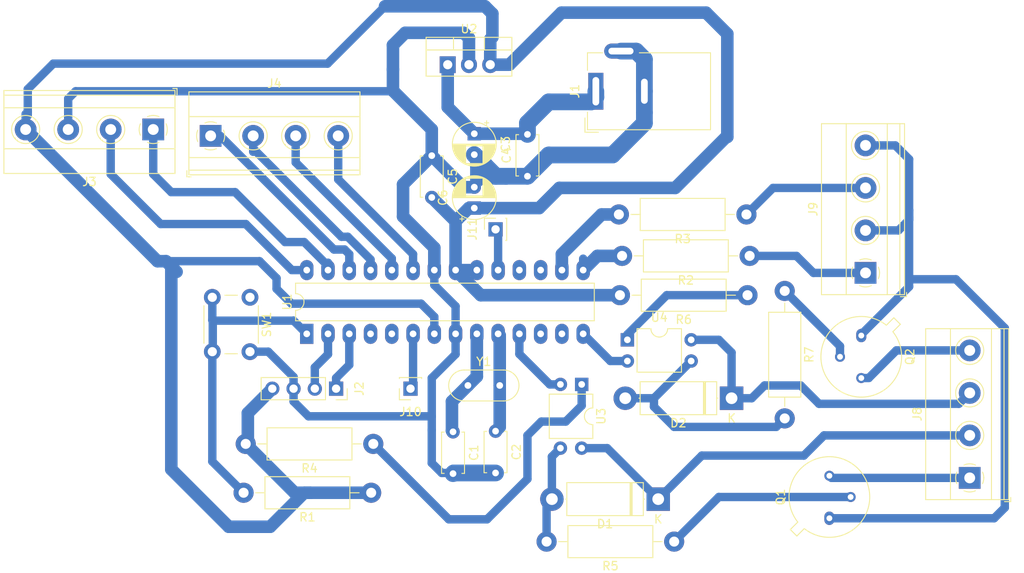
<source format=kicad_pcb>
(kicad_pcb (version 20171130) (host pcbnew "(5.1.6)-1")

  (general
    (thickness 1.6)
    (drawings 0)
    (tracks 261)
    (zones 0)
    (modules 31)
    (nets 39)
  )

  (page A4)
  (layers
    (0 F.Cu signal)
    (31 B.Cu signal)
    (32 B.Adhes user)
    (33 F.Adhes user)
    (34 B.Paste user)
    (35 F.Paste user)
    (36 B.SilkS user)
    (37 F.SilkS user)
    (38 B.Mask user)
    (39 F.Mask user)
    (40 Dwgs.User user)
    (41 Cmts.User user)
    (42 Eco1.User user)
    (43 Eco2.User user)
    (44 Edge.Cuts user)
    (45 Margin user)
    (46 B.CrtYd user)
    (47 F.CrtYd user)
    (48 B.Fab user)
    (49 F.Fab user)
  )

  (setup
    (last_trace_width 1.5)
    (user_trace_width 1)
    (user_trace_width 1.5)
    (user_trace_width 2)
    (trace_clearance 0.2)
    (zone_clearance 0.508)
    (zone_45_only no)
    (trace_min 0.2)
    (via_size 0.8)
    (via_drill 0.4)
    (via_min_size 0.4)
    (via_min_drill 0.3)
    (uvia_size 0.3)
    (uvia_drill 0.1)
    (uvias_allowed no)
    (uvia_min_size 0.2)
    (uvia_min_drill 0.1)
    (edge_width 0.05)
    (segment_width 0.2)
    (pcb_text_width 0.3)
    (pcb_text_size 1.5 1.5)
    (mod_edge_width 0.12)
    (mod_text_size 1 1)
    (mod_text_width 0.15)
    (pad_size 1.524 1.524)
    (pad_drill 0.762)
    (pad_to_mask_clearance 0.05)
    (aux_axis_origin 0 0)
    (visible_elements 7FFFFFFF)
    (pcbplotparams
      (layerselection 0x010fc_ffffffff)
      (usegerberextensions false)
      (usegerberattributes true)
      (usegerberadvancedattributes true)
      (creategerberjobfile true)
      (excludeedgelayer true)
      (linewidth 0.100000)
      (plotframeref false)
      (viasonmask false)
      (mode 1)
      (useauxorigin false)
      (hpglpennumber 1)
      (hpglpenspeed 20)
      (hpglpendiameter 15.000000)
      (psnegative false)
      (psa4output false)
      (plotreference true)
      (plotvalue true)
      (plotinvisibletext false)
      (padsonsilk false)
      (subtractmaskfromsilk false)
      (outputformat 1)
      (mirror false)
      (drillshape 1)
      (scaleselection 1)
      (outputdirectory ""))
  )

  (net 0 "")
  (net 1 GLED)
  (net 2 GND)
  (net 3 RLED)
  (net 4 LS1)
  (net 5 +5V)
  (net 6 LS2)
  (net 7 HS)
  (net 8 M4)
  (net 9 M3)
  (net 10 M2)
  (net 11 M1)
  (net 12 MO4)
  (net 13 MO1)
  (net 14 "Net-(C3-Pad1)")
  (net 15 "Net-(C1-Pad1)")
  (net 16 "Net-(C2-Pad1)")
  (net 17 Rx)
  (net 18 Tx)
  (net 19 SDA)
  (net 20 SCL)
  (net 21 "Net-(R1-Pad2)")
  (net 22 "Net-(R2-Pad2)")
  (net 23 "Net-(R3-Pad2)")
  (net 24 CS)
  (net 25 PB5)
  (net 26 PD4)
  (net 27 RLY2-)
  (net 28 RLY2+)
  (net 29 RLY1-)
  (net 30 RLY1+)
  (net 31 "Net-(Q1-Pad2)")
  (net 32 "Net-(Q2-Pad2)")
  (net 33 "Net-(R4-Pad1)")
  (net 34 "Net-(D1-Pad2)")
  (net 35 "Net-(R6-Pad1)")
  (net 36 "Net-(D2-Pad2)")
  (net 37 "Net-(U1-Pad5)")
  (net 38 "Net-(U1-Pad4)")

  (net_class Default "This is the default net class."
    (clearance 0.2)
    (trace_width 0.25)
    (via_dia 0.8)
    (via_drill 0.4)
    (uvia_dia 0.3)
    (uvia_drill 0.1)
    (add_net +5V)
    (add_net CS)
    (add_net GLED)
    (add_net GND)
    (add_net HS)
    (add_net LS1)
    (add_net LS2)
    (add_net M1)
    (add_net M2)
    (add_net M3)
    (add_net M4)
    (add_net MO1)
    (add_net MO4)
    (add_net "Net-(C1-Pad1)")
    (add_net "Net-(C2-Pad1)")
    (add_net "Net-(C3-Pad1)")
    (add_net "Net-(D1-Pad2)")
    (add_net "Net-(D2-Pad2)")
    (add_net "Net-(Q1-Pad2)")
    (add_net "Net-(Q2-Pad2)")
    (add_net "Net-(R1-Pad2)")
    (add_net "Net-(R2-Pad2)")
    (add_net "Net-(R3-Pad2)")
    (add_net "Net-(R4-Pad1)")
    (add_net "Net-(R6-Pad1)")
    (add_net "Net-(U1-Pad4)")
    (add_net "Net-(U1-Pad5)")
    (add_net PB5)
    (add_net PD4)
    (add_net RLED)
    (add_net RLY1+)
    (add_net RLY1-)
    (add_net RLY2+)
    (add_net RLY2-)
    (add_net Rx)
    (add_net SCL)
    (add_net SDA)
    (add_net Tx)
  )

  (module Package_TO_SOT_THT:TO-39-3 (layer F.Cu) (tedit 5A02FF81) (tstamp 605E1EFD)
    (at 185.293 130.429 90)
    (descr TO-39-3)
    (tags TO-39-3)
    (path /6067FB55)
    (fp_text reference Q1 (at 2.54 -5.82 90) (layer F.SilkS)
      (effects (font (size 1 1) (thickness 0.15)))
    )
    (fp_text value 2N2219 (at 2.54 5.82 90) (layer F.Fab)
      (effects (font (size 1 1) (thickness 0.15)))
    )
    (fp_arc (start 2.54 0) (end -0.457084 -3.774902) (angle 346.9) (layer F.SilkS) (width 0.12))
    (fp_arc (start 2.54 0) (end -0.465408 -3.61352) (angle 349.5) (layer F.Fab) (width 0.1))
    (fp_text user %R (at 2.54 -5.82 90) (layer F.Fab)
      (effects (font (size 1 1) (thickness 0.15)))
    )
    (fp_line (start -0.465408 -3.61352) (end -1.27151 -4.419621) (layer F.Fab) (width 0.1))
    (fp_line (start -1.27151 -4.419621) (end -1.879621 -3.81151) (layer F.Fab) (width 0.1))
    (fp_line (start -1.879621 -3.81151) (end -1.07352 -3.005408) (layer F.Fab) (width 0.1))
    (fp_line (start -0.457084 -3.774902) (end -1.348039 -4.665856) (layer F.SilkS) (width 0.12))
    (fp_line (start -1.348039 -4.665856) (end -2.125856 -3.888039) (layer F.SilkS) (width 0.12))
    (fp_line (start -2.125856 -3.888039) (end -1.234902 -2.997084) (layer F.SilkS) (width 0.12))
    (fp_line (start -2.41 -4.95) (end -2.41 4.95) (layer F.CrtYd) (width 0.05))
    (fp_line (start -2.41 4.95) (end 7.49 4.95) (layer F.CrtYd) (width 0.05))
    (fp_line (start 7.49 4.95) (end 7.49 -4.95) (layer F.CrtYd) (width 0.05))
    (fp_line (start 7.49 -4.95) (end -2.41 -4.95) (layer F.CrtYd) (width 0.05))
    (fp_circle (center 2.54 0) (end 6.79 0) (layer F.Fab) (width 0.1))
    (pad 3 thru_hole oval (at 5.08 0 90) (size 1.2 1.2) (drill 0.7) (layers *.Cu *.Mask)
      (net 29 RLY1-))
    (pad 2 thru_hole oval (at 2.54 2.54 90) (size 1.2 1.2) (drill 0.7) (layers *.Cu *.Mask)
      (net 31 "Net-(Q1-Pad2)"))
    (pad 1 thru_hole oval (at 0 0 90) (size 1.6 1.2) (drill 0.7) (layers *.Cu *.Mask)
      (net 2 GND))
    (model ${KISYS3DMOD}/Package_TO_SOT_THT.3dshapes/TO-39-3.wrl
      (at (xyz 0 0 0))
      (scale (xyz 1 1 1))
      (rotate (xyz 0 0 0))
    )
  )

  (module TerminalBlock_Phoenix:TerminalBlock_Phoenix_MKDS-1,5-4-5.08_1x04_P5.08mm_Horizontal (layer F.Cu) (tedit 5B294EBC) (tstamp 605E1DA8)
    (at 111.379 84.709)
    (descr "Terminal Block Phoenix MKDS-1,5-4-5.08, 4 pins, pitch 5.08mm, size 20.3x9.8mm^2, drill diamater 1.3mm, pad diameter 2.6mm, see http://www.farnell.com/datasheets/100425.pdf, script-generated using https://github.com/pointhi/kicad-footprint-generator/scripts/TerminalBlock_Phoenix")
    (tags "THT Terminal Block Phoenix MKDS-1,5-4-5.08 pitch 5.08mm size 20.3x9.8mm^2 drill 1.3mm pad 2.6mm")
    (path /607B6C24)
    (fp_text reference J4 (at 7.62 -6.26) (layer F.SilkS)
      (effects (font (size 1 1) (thickness 0.15)))
    )
    (fp_text value Screw_Terminal_01x04 (at 7.62 5.66) (layer F.Fab)
      (effects (font (size 1 1) (thickness 0.15)))
    )
    (fp_text user %R (at 7.62 3.2) (layer F.Fab)
      (effects (font (size 1 1) (thickness 0.15)))
    )
    (fp_arc (start 0 0) (end -0.684 1.535) (angle -25) (layer F.SilkS) (width 0.12))
    (fp_arc (start 0 0) (end -1.535 -0.684) (angle -48) (layer F.SilkS) (width 0.12))
    (fp_arc (start 0 0) (end 0.684 -1.535) (angle -48) (layer F.SilkS) (width 0.12))
    (fp_arc (start 0 0) (end 1.535 0.684) (angle -48) (layer F.SilkS) (width 0.12))
    (fp_arc (start 0 0) (end 0 1.68) (angle -24) (layer F.SilkS) (width 0.12))
    (fp_circle (center 0 0) (end 1.5 0) (layer F.Fab) (width 0.1))
    (fp_circle (center 5.08 0) (end 6.58 0) (layer F.Fab) (width 0.1))
    (fp_circle (center 5.08 0) (end 6.76 0) (layer F.SilkS) (width 0.12))
    (fp_circle (center 10.16 0) (end 11.66 0) (layer F.Fab) (width 0.1))
    (fp_circle (center 10.16 0) (end 11.84 0) (layer F.SilkS) (width 0.12))
    (fp_circle (center 15.24 0) (end 16.74 0) (layer F.Fab) (width 0.1))
    (fp_circle (center 15.24 0) (end 16.92 0) (layer F.SilkS) (width 0.12))
    (fp_line (start -2.54 -5.2) (end 17.78 -5.2) (layer F.Fab) (width 0.1))
    (fp_line (start 17.78 -5.2) (end 17.78 4.6) (layer F.Fab) (width 0.1))
    (fp_line (start 17.78 4.6) (end -2.04 4.6) (layer F.Fab) (width 0.1))
    (fp_line (start -2.04 4.6) (end -2.54 4.1) (layer F.Fab) (width 0.1))
    (fp_line (start -2.54 4.1) (end -2.54 -5.2) (layer F.Fab) (width 0.1))
    (fp_line (start -2.54 4.1) (end 17.78 4.1) (layer F.Fab) (width 0.1))
    (fp_line (start -2.6 4.1) (end 17.84 4.1) (layer F.SilkS) (width 0.12))
    (fp_line (start -2.54 2.6) (end 17.78 2.6) (layer F.Fab) (width 0.1))
    (fp_line (start -2.6 2.6) (end 17.84 2.6) (layer F.SilkS) (width 0.12))
    (fp_line (start -2.54 -2.3) (end 17.78 -2.3) (layer F.Fab) (width 0.1))
    (fp_line (start -2.6 -2.301) (end 17.84 -2.301) (layer F.SilkS) (width 0.12))
    (fp_line (start -2.6 -5.261) (end 17.84 -5.261) (layer F.SilkS) (width 0.12))
    (fp_line (start -2.6 4.66) (end 17.84 4.66) (layer F.SilkS) (width 0.12))
    (fp_line (start -2.6 -5.261) (end -2.6 4.66) (layer F.SilkS) (width 0.12))
    (fp_line (start 17.84 -5.261) (end 17.84 4.66) (layer F.SilkS) (width 0.12))
    (fp_line (start 1.138 -0.955) (end -0.955 1.138) (layer F.Fab) (width 0.1))
    (fp_line (start 0.955 -1.138) (end -1.138 0.955) (layer F.Fab) (width 0.1))
    (fp_line (start 6.218 -0.955) (end 4.126 1.138) (layer F.Fab) (width 0.1))
    (fp_line (start 6.035 -1.138) (end 3.943 0.955) (layer F.Fab) (width 0.1))
    (fp_line (start 6.355 -1.069) (end 6.308 -1.023) (layer F.SilkS) (width 0.12))
    (fp_line (start 4.046 1.239) (end 4.011 1.274) (layer F.SilkS) (width 0.12))
    (fp_line (start 6.15 -1.275) (end 6.115 -1.239) (layer F.SilkS) (width 0.12))
    (fp_line (start 3.853 1.023) (end 3.806 1.069) (layer F.SilkS) (width 0.12))
    (fp_line (start 11.298 -0.955) (end 9.206 1.138) (layer F.Fab) (width 0.1))
    (fp_line (start 11.115 -1.138) (end 9.023 0.955) (layer F.Fab) (width 0.1))
    (fp_line (start 11.435 -1.069) (end 11.388 -1.023) (layer F.SilkS) (width 0.12))
    (fp_line (start 9.126 1.239) (end 9.091 1.274) (layer F.SilkS) (width 0.12))
    (fp_line (start 11.23 -1.275) (end 11.195 -1.239) (layer F.SilkS) (width 0.12))
    (fp_line (start 8.933 1.023) (end 8.886 1.069) (layer F.SilkS) (width 0.12))
    (fp_line (start 16.378 -0.955) (end 14.286 1.138) (layer F.Fab) (width 0.1))
    (fp_line (start 16.195 -1.138) (end 14.103 0.955) (layer F.Fab) (width 0.1))
    (fp_line (start 16.515 -1.069) (end 16.468 -1.023) (layer F.SilkS) (width 0.12))
    (fp_line (start 14.206 1.239) (end 14.171 1.274) (layer F.SilkS) (width 0.12))
    (fp_line (start 16.31 -1.275) (end 16.275 -1.239) (layer F.SilkS) (width 0.12))
    (fp_line (start 14.013 1.023) (end 13.966 1.069) (layer F.SilkS) (width 0.12))
    (fp_line (start -2.84 4.16) (end -2.84 4.9) (layer F.SilkS) (width 0.12))
    (fp_line (start -2.84 4.9) (end -2.34 4.9) (layer F.SilkS) (width 0.12))
    (fp_line (start -3.04 -5.71) (end -3.04 5.1) (layer F.CrtYd) (width 0.05))
    (fp_line (start -3.04 5.1) (end 18.28 5.1) (layer F.CrtYd) (width 0.05))
    (fp_line (start 18.28 5.1) (end 18.28 -5.71) (layer F.CrtYd) (width 0.05))
    (fp_line (start 18.28 -5.71) (end -3.04 -5.71) (layer F.CrtYd) (width 0.05))
    (pad 4 thru_hole circle (at 15.24 0) (size 2.6 2.6) (drill 1.3) (layers *.Cu *.Mask)
      (net 24 CS))
    (pad 3 thru_hole circle (at 10.16 0) (size 2.6 2.6) (drill 1.3) (layers *.Cu *.Mask)
      (net 4 LS1))
    (pad 2 thru_hole circle (at 5.08 0) (size 2.6 2.6) (drill 1.3) (layers *.Cu *.Mask)
      (net 6 LS2))
    (pad 1 thru_hole rect (at 0 0) (size 2.6 2.6) (drill 1.3) (layers *.Cu *.Mask)
      (net 7 HS))
    (model ${KISYS3DMOD}/TerminalBlock_Phoenix.3dshapes/TerminalBlock_Phoenix_MKDS-1,5-4-5.08_1x04_P5.08mm_Horizontal.wrl
      (at (xyz 0 0 0))
      (scale (xyz 1 1 1))
      (rotate (xyz 0 0 0))
    )
  )

  (module Package_DIP:DIP-4_W7.62mm (layer F.Cu) (tedit 5A02E8C5) (tstamp 605E20D6)
    (at 155.702 114.427 270)
    (descr "4-lead though-hole mounted DIP package, row spacing 7.62 mm (300 mils)")
    (tags "THT DIP DIL PDIP 2.54mm 7.62mm 300mil")
    (path /605F87ED)
    (fp_text reference U3 (at 3.81 -2.33 90) (layer F.SilkS)
      (effects (font (size 1 1) (thickness 0.15)))
    )
    (fp_text value PC817 (at 3.81 4.87 90) (layer F.Fab)
      (effects (font (size 1 1) (thickness 0.15)))
    )
    (fp_text user %R (at 4.064 0.889 90) (layer F.Fab)
      (effects (font (size 1 1) (thickness 0.15)))
    )
    (fp_arc (start 3.81 -1.33) (end 2.81 -1.33) (angle -180) (layer F.SilkS) (width 0.12))
    (fp_line (start 1.635 -1.27) (end 6.985 -1.27) (layer F.Fab) (width 0.1))
    (fp_line (start 6.985 -1.27) (end 6.985 3.81) (layer F.Fab) (width 0.1))
    (fp_line (start 6.985 3.81) (end 0.635 3.81) (layer F.Fab) (width 0.1))
    (fp_line (start 0.635 3.81) (end 0.635 -0.27) (layer F.Fab) (width 0.1))
    (fp_line (start 0.635 -0.27) (end 1.635 -1.27) (layer F.Fab) (width 0.1))
    (fp_line (start 2.81 -1.33) (end 1.16 -1.33) (layer F.SilkS) (width 0.12))
    (fp_line (start 1.16 -1.33) (end 1.16 3.87) (layer F.SilkS) (width 0.12))
    (fp_line (start 1.16 3.87) (end 6.46 3.87) (layer F.SilkS) (width 0.12))
    (fp_line (start 6.46 3.87) (end 6.46 -1.33) (layer F.SilkS) (width 0.12))
    (fp_line (start 6.46 -1.33) (end 4.81 -1.33) (layer F.SilkS) (width 0.12))
    (fp_line (start -1.1 -1.55) (end -1.1 4.1) (layer F.CrtYd) (width 0.05))
    (fp_line (start -1.1 4.1) (end 8.7 4.1) (layer F.CrtYd) (width 0.05))
    (fp_line (start 8.7 4.1) (end 8.7 -1.55) (layer F.CrtYd) (width 0.05))
    (fp_line (start 8.7 -1.55) (end -1.1 -1.55) (layer F.CrtYd) (width 0.05))
    (pad 4 thru_hole oval (at 7.62 0 270) (size 1.6 1.6) (drill 0.8) (layers *.Cu *.Mask)
      (net 30 RLY1+))
    (pad 2 thru_hole oval (at 0 2.54 270) (size 1.6 1.6) (drill 0.8) (layers *.Cu *.Mask)
      (net 9 M3))
    (pad 3 thru_hole oval (at 7.62 2.54 270) (size 1.6 1.6) (drill 0.8) (layers *.Cu *.Mask)
      (net 34 "Net-(D1-Pad2)"))
    (pad 1 thru_hole rect (at 0 0 270) (size 1.6 1.6) (drill 0.8) (layers *.Cu *.Mask)
      (net 33 "Net-(R4-Pad1)"))
    (model ${KISYS3DMOD}/Package_DIP.3dshapes/DIP-4_W7.62mm.wrl
      (at (xyz 0 0 0))
      (scale (xyz 1 1 1))
      (rotate (xyz 0 0 0))
    )
  )

  (module TerminalBlock_Phoenix:TerminalBlock_Phoenix_MKDS-1,5-4-5.08_1x04_P5.08mm_Horizontal (layer F.Cu) (tedit 5B294EBC) (tstamp 60285628)
    (at 202.057 125.603 90)
    (descr "Terminal Block Phoenix MKDS-1,5-4-5.08, 4 pins, pitch 5.08mm, size 20.3x9.8mm^2, drill diamater 1.3mm, pad diameter 2.6mm, see http://www.farnell.com/datasheets/100425.pdf, script-generated using https://github.com/pointhi/kicad-footprint-generator/scripts/TerminalBlock_Phoenix")
    (tags "THT Terminal Block Phoenix MKDS-1,5-4-5.08 pitch 5.08mm size 20.3x9.8mm^2 drill 1.3mm pad 2.6mm")
    (path /60271014)
    (fp_text reference J8 (at 7.62 -6.26 90) (layer F.SilkS)
      (effects (font (size 1 1) (thickness 0.15)))
    )
    (fp_text value Screw_Terminal_01x04 (at 7.62 5.66 90) (layer F.Fab)
      (effects (font (size 1 1) (thickness 0.15)))
    )
    (fp_circle (center 0 0) (end 1.5 0) (layer F.Fab) (width 0.1))
    (fp_circle (center 5.08 0) (end 6.58 0) (layer F.Fab) (width 0.1))
    (fp_circle (center 5.08 0) (end 6.76 0) (layer F.SilkS) (width 0.12))
    (fp_circle (center 10.16 0) (end 11.66 0) (layer F.Fab) (width 0.1))
    (fp_circle (center 10.16 0) (end 11.84 0) (layer F.SilkS) (width 0.12))
    (fp_circle (center 15.24 0) (end 16.74 0) (layer F.Fab) (width 0.1))
    (fp_circle (center 15.24 0) (end 16.92 0) (layer F.SilkS) (width 0.12))
    (fp_line (start -2.54 -5.2) (end 17.78 -5.2) (layer F.Fab) (width 0.1))
    (fp_line (start 17.78 -5.2) (end 17.78 4.6) (layer F.Fab) (width 0.1))
    (fp_line (start 17.78 4.6) (end -2.04 4.6) (layer F.Fab) (width 0.1))
    (fp_line (start -2.04 4.6) (end -2.54 4.1) (layer F.Fab) (width 0.1))
    (fp_line (start -2.54 4.1) (end -2.54 -5.2) (layer F.Fab) (width 0.1))
    (fp_line (start -2.54 4.1) (end 17.78 4.1) (layer F.Fab) (width 0.1))
    (fp_line (start -2.6 4.1) (end 17.84 4.1) (layer F.SilkS) (width 0.12))
    (fp_line (start -2.54 2.6) (end 17.78 2.6) (layer F.Fab) (width 0.1))
    (fp_line (start -2.6 2.6) (end 17.84 2.6) (layer F.SilkS) (width 0.12))
    (fp_line (start -2.54 -2.3) (end 17.78 -2.3) (layer F.Fab) (width 0.1))
    (fp_line (start -2.6 -2.301) (end 17.84 -2.301) (layer F.SilkS) (width 0.12))
    (fp_line (start -2.6 -5.261) (end 17.84 -5.261) (layer F.SilkS) (width 0.12))
    (fp_line (start -2.6 4.66) (end 17.84 4.66) (layer F.SilkS) (width 0.12))
    (fp_line (start -2.6 -5.261) (end -2.6 4.66) (layer F.SilkS) (width 0.12))
    (fp_line (start 17.84 -5.261) (end 17.84 4.66) (layer F.SilkS) (width 0.12))
    (fp_line (start 1.138 -0.955) (end -0.955 1.138) (layer F.Fab) (width 0.1))
    (fp_line (start 0.955 -1.138) (end -1.138 0.955) (layer F.Fab) (width 0.1))
    (fp_line (start 6.218 -0.955) (end 4.126 1.138) (layer F.Fab) (width 0.1))
    (fp_line (start 6.035 -1.138) (end 3.943 0.955) (layer F.Fab) (width 0.1))
    (fp_line (start 6.355 -1.069) (end 6.308 -1.023) (layer F.SilkS) (width 0.12))
    (fp_line (start 4.046 1.239) (end 4.011 1.274) (layer F.SilkS) (width 0.12))
    (fp_line (start 6.15 -1.275) (end 6.115 -1.239) (layer F.SilkS) (width 0.12))
    (fp_line (start 3.853 1.023) (end 3.806 1.069) (layer F.SilkS) (width 0.12))
    (fp_line (start 11.298 -0.955) (end 9.206 1.138) (layer F.Fab) (width 0.1))
    (fp_line (start 11.115 -1.138) (end 9.023 0.955) (layer F.Fab) (width 0.1))
    (fp_line (start 11.435 -1.069) (end 11.388 -1.023) (layer F.SilkS) (width 0.12))
    (fp_line (start 9.126 1.239) (end 9.091 1.274) (layer F.SilkS) (width 0.12))
    (fp_line (start 11.23 -1.275) (end 11.195 -1.239) (layer F.SilkS) (width 0.12))
    (fp_line (start 8.933 1.023) (end 8.886 1.069) (layer F.SilkS) (width 0.12))
    (fp_line (start 16.378 -0.955) (end 14.286 1.138) (layer F.Fab) (width 0.1))
    (fp_line (start 16.195 -1.138) (end 14.103 0.955) (layer F.Fab) (width 0.1))
    (fp_line (start 16.515 -1.069) (end 16.468 -1.023) (layer F.SilkS) (width 0.12))
    (fp_line (start 14.206 1.239) (end 14.171 1.274) (layer F.SilkS) (width 0.12))
    (fp_line (start 16.31 -1.275) (end 16.275 -1.239) (layer F.SilkS) (width 0.12))
    (fp_line (start 14.013 1.023) (end 13.966 1.069) (layer F.SilkS) (width 0.12))
    (fp_line (start -2.84 4.16) (end -2.84 4.9) (layer F.SilkS) (width 0.12))
    (fp_line (start -2.84 4.9) (end -2.34 4.9) (layer F.SilkS) (width 0.12))
    (fp_line (start -3.04 -5.71) (end -3.04 5.1) (layer F.CrtYd) (width 0.05))
    (fp_line (start -3.04 5.1) (end 18.28 5.1) (layer F.CrtYd) (width 0.05))
    (fp_line (start 18.28 5.1) (end 18.28 -5.71) (layer F.CrtYd) (width 0.05))
    (fp_line (start 18.28 -5.71) (end -3.04 -5.71) (layer F.CrtYd) (width 0.05))
    (fp_text user %R (at 7.62 3.2 90) (layer F.Fab)
      (effects (font (size 1 1) (thickness 0.15)))
    )
    (fp_arc (start 0 0) (end -0.684 1.535) (angle -25) (layer F.SilkS) (width 0.12))
    (fp_arc (start 0 0) (end -1.535 -0.684) (angle -48) (layer F.SilkS) (width 0.12))
    (fp_arc (start 0 0) (end 0.684 -1.535) (angle -48) (layer F.SilkS) (width 0.12))
    (fp_arc (start 0 0) (end 1.535 0.684) (angle -48) (layer F.SilkS) (width 0.12))
    (fp_arc (start 0 0) (end 0 1.68) (angle -24) (layer F.SilkS) (width 0.12))
    (pad 4 thru_hole circle (at 15.24 0 90) (size 2.6 2.6) (drill 1.3) (layers *.Cu *.Mask)
      (net 27 RLY2-))
    (pad 3 thru_hole circle (at 10.16 0 90) (size 2.6 2.6) (drill 1.3) (layers *.Cu *.Mask)
      (net 28 RLY2+))
    (pad 2 thru_hole circle (at 5.08 0 90) (size 2.6 2.6) (drill 1.3) (layers *.Cu *.Mask)
      (net 30 RLY1+))
    (pad 1 thru_hole rect (at 0 0 90) (size 2.6 2.6) (drill 1.3) (layers *.Cu *.Mask)
      (net 29 RLY1-))
    (model ${KISYS3DMOD}/TerminalBlock_Phoenix.3dshapes/TerminalBlock_Phoenix_MKDS-1,5-4-5.08_1x04_P5.08mm_Horizontal.wrl
      (at (xyz 0 0 0))
      (scale (xyz 1 1 1))
      (rotate (xyz 0 0 0))
    )
  )

  (module Diode_THT:D_5W_P12.70mm_Horizontal (layer F.Cu) (tedit 5AE50CD5) (tstamp 605E41B5)
    (at 164.846 128.143 180)
    (descr "Diode, 5W series, Axial, Horizontal, pin pitch=12.7mm, , length*diameter=8.9*3.7mm^2, , http://www.diodes.com/_files/packages/8686949.gif")
    (tags "Diode 5W series Axial Horizontal pin pitch 12.7mm  length 8.9mm diameter 3.7mm")
    (path /6066B564)
    (fp_text reference D1 (at 6.35 -2.97) (layer F.SilkS)
      (effects (font (size 1 1) (thickness 0.15)))
    )
    (fp_text value D_Zener (at 6.35 2.97) (layer F.Fab)
      (effects (font (size 1 1) (thickness 0.15)))
    )
    (fp_text user K (at 0 -2.4) (layer F.SilkS)
      (effects (font (size 1 1) (thickness 0.15)))
    )
    (fp_text user K (at 0 -2.4) (layer F.Fab)
      (effects (font (size 1 1) (thickness 0.15)))
    )
    (fp_text user %R (at 7.0175 0) (layer F.Fab)
      (effects (font (size 1 1) (thickness 0.15)))
    )
    (fp_line (start 1.9 -1.85) (end 1.9 1.85) (layer F.Fab) (width 0.1))
    (fp_line (start 1.9 1.85) (end 10.8 1.85) (layer F.Fab) (width 0.1))
    (fp_line (start 10.8 1.85) (end 10.8 -1.85) (layer F.Fab) (width 0.1))
    (fp_line (start 10.8 -1.85) (end 1.9 -1.85) (layer F.Fab) (width 0.1))
    (fp_line (start 0 0) (end 1.9 0) (layer F.Fab) (width 0.1))
    (fp_line (start 12.7 0) (end 10.8 0) (layer F.Fab) (width 0.1))
    (fp_line (start 3.235 -1.85) (end 3.235 1.85) (layer F.Fab) (width 0.1))
    (fp_line (start 3.335 -1.85) (end 3.335 1.85) (layer F.Fab) (width 0.1))
    (fp_line (start 3.135 -1.85) (end 3.135 1.85) (layer F.Fab) (width 0.1))
    (fp_line (start 1.78 -1.97) (end 1.78 1.97) (layer F.SilkS) (width 0.12))
    (fp_line (start 1.78 1.97) (end 10.92 1.97) (layer F.SilkS) (width 0.12))
    (fp_line (start 10.92 1.97) (end 10.92 -1.97) (layer F.SilkS) (width 0.12))
    (fp_line (start 10.92 -1.97) (end 1.78 -1.97) (layer F.SilkS) (width 0.12))
    (fp_line (start 1.64 0) (end 1.78 0) (layer F.SilkS) (width 0.12))
    (fp_line (start 11.06 0) (end 10.92 0) (layer F.SilkS) (width 0.12))
    (fp_line (start 3.235 -1.97) (end 3.235 1.97) (layer F.SilkS) (width 0.12))
    (fp_line (start 3.355 -1.97) (end 3.355 1.97) (layer F.SilkS) (width 0.12))
    (fp_line (start 3.115 -1.97) (end 3.115 1.97) (layer F.SilkS) (width 0.12))
    (fp_line (start -1.65 -2.1) (end -1.65 2.1) (layer F.CrtYd) (width 0.05))
    (fp_line (start -1.65 2.1) (end 14.35 2.1) (layer F.CrtYd) (width 0.05))
    (fp_line (start 14.35 2.1) (end 14.35 -2.1) (layer F.CrtYd) (width 0.05))
    (fp_line (start 14.35 -2.1) (end -1.65 -2.1) (layer F.CrtYd) (width 0.05))
    (pad 2 thru_hole oval (at 12.7 0 180) (size 2.8 2.8) (drill 1.4) (layers *.Cu *.Mask)
      (net 34 "Net-(D1-Pad2)"))
    (pad 1 thru_hole rect (at 0 0 180) (size 2.8 2.8) (drill 1.4) (layers *.Cu *.Mask)
      (net 30 RLY1+))
    (model ${KISYS3DMOD}/Diode_THT.3dshapes/D_5W_P12.70mm_Horizontal.wrl
      (at (xyz 0 0 0))
      (scale (xyz 1 1 1))
      (rotate (xyz 0 0 0))
    )
  )

  (module Diode_THT:D_5W_P12.70mm_Horizontal (layer F.Cu) (tedit 5AE50CD5) (tstamp 605E3619)
    (at 173.609 116.078 180)
    (descr "Diode, 5W series, Axial, Horizontal, pin pitch=12.7mm, , length*diameter=8.9*3.7mm^2, , http://www.diodes.com/_files/packages/8686949.gif")
    (tags "Diode 5W series Axial Horizontal pin pitch 12.7mm  length 8.9mm diameter 3.7mm")
    (path /6070B60E)
    (fp_text reference D2 (at 6.35 -2.97) (layer F.SilkS)
      (effects (font (size 1 1) (thickness 0.15)))
    )
    (fp_text value D_Zener (at 2.667 3.683) (layer F.Fab)
      (effects (font (size 1 1) (thickness 0.15)))
    )
    (fp_text user K (at 0 -2.4) (layer F.SilkS)
      (effects (font (size 1 1) (thickness 0.15)))
    )
    (fp_text user K (at 0 -2.4) (layer F.Fab)
      (effects (font (size 1 1) (thickness 0.15)))
    )
    (fp_text user %R (at 7.0175 0) (layer F.Fab)
      (effects (font (size 1 1) (thickness 0.15)))
    )
    (fp_line (start 1.9 -1.85) (end 1.9 1.85) (layer F.Fab) (width 0.1))
    (fp_line (start 1.9 1.85) (end 10.8 1.85) (layer F.Fab) (width 0.1))
    (fp_line (start 10.8 1.85) (end 10.8 -1.85) (layer F.Fab) (width 0.1))
    (fp_line (start 10.8 -1.85) (end 1.9 -1.85) (layer F.Fab) (width 0.1))
    (fp_line (start 0 0) (end 1.9 0) (layer F.Fab) (width 0.1))
    (fp_line (start 12.7 0) (end 10.8 0) (layer F.Fab) (width 0.1))
    (fp_line (start 3.235 -1.85) (end 3.235 1.85) (layer F.Fab) (width 0.1))
    (fp_line (start 3.335 -1.85) (end 3.335 1.85) (layer F.Fab) (width 0.1))
    (fp_line (start 3.135 -1.85) (end 3.135 1.85) (layer F.Fab) (width 0.1))
    (fp_line (start 1.78 -1.97) (end 1.78 1.97) (layer F.SilkS) (width 0.12))
    (fp_line (start 1.78 1.97) (end 10.92 1.97) (layer F.SilkS) (width 0.12))
    (fp_line (start 10.92 1.97) (end 10.92 -1.97) (layer F.SilkS) (width 0.12))
    (fp_line (start 10.92 -1.97) (end 1.78 -1.97) (layer F.SilkS) (width 0.12))
    (fp_line (start 1.64 0) (end 1.78 0) (layer F.SilkS) (width 0.12))
    (fp_line (start 11.06 0) (end 10.92 0) (layer F.SilkS) (width 0.12))
    (fp_line (start 3.235 -1.97) (end 3.235 1.97) (layer F.SilkS) (width 0.12))
    (fp_line (start 3.355 -1.97) (end 3.355 1.97) (layer F.SilkS) (width 0.12))
    (fp_line (start 3.115 -1.97) (end 3.115 1.97) (layer F.SilkS) (width 0.12))
    (fp_line (start -1.65 -2.1) (end -1.65 2.1) (layer F.CrtYd) (width 0.05))
    (fp_line (start -1.65 2.1) (end 14.35 2.1) (layer F.CrtYd) (width 0.05))
    (fp_line (start 14.35 2.1) (end 14.35 -2.1) (layer F.CrtYd) (width 0.05))
    (fp_line (start 14.35 -2.1) (end -1.65 -2.1) (layer F.CrtYd) (width 0.05))
    (pad 2 thru_hole oval (at 12.7 0 180) (size 2.8 2.8) (drill 1.4) (layers *.Cu *.Mask)
      (net 36 "Net-(D2-Pad2)"))
    (pad 1 thru_hole rect (at 0 0 180) (size 2.8 2.8) (drill 1.4) (layers *.Cu *.Mask)
      (net 28 RLY2+))
    (model ${KISYS3DMOD}/Diode_THT.3dshapes/D_5W_P12.70mm_Horizontal.wrl
      (at (xyz 0 0 0))
      (scale (xyz 1 1 1))
      (rotate (xyz 0 0 0))
    )
  )

  (module Package_DIP:DIP-4_W7.62mm (layer F.Cu) (tedit 5A02E8C5) (tstamp 605E20EE)
    (at 161.163 109.093)
    (descr "4-lead though-hole mounted DIP package, row spacing 7.62 mm (300 mils)")
    (tags "THT DIP DIL PDIP 2.54mm 7.62mm 300mil")
    (path /6070B620)
    (fp_text reference U4 (at 3.81 -2.667) (layer F.SilkS)
      (effects (font (size 1 1) (thickness 0.15)))
    )
    (fp_text value PC817 (at 3.81 4.87) (layer F.Fab)
      (effects (font (size 1 1) (thickness 0.15)))
    )
    (fp_text user %R (at 4.445 1.27) (layer F.Fab)
      (effects (font (size 1 1) (thickness 0.15)))
    )
    (fp_arc (start 3.81 -1.33) (end 2.81 -1.33) (angle -180) (layer F.SilkS) (width 0.12))
    (fp_line (start 1.635 -1.27) (end 6.985 -1.27) (layer F.Fab) (width 0.1))
    (fp_line (start 6.985 -1.27) (end 6.985 3.81) (layer F.Fab) (width 0.1))
    (fp_line (start 6.985 3.81) (end 0.635 3.81) (layer F.Fab) (width 0.1))
    (fp_line (start 0.635 3.81) (end 0.635 -0.27) (layer F.Fab) (width 0.1))
    (fp_line (start 0.635 -0.27) (end 1.635 -1.27) (layer F.Fab) (width 0.1))
    (fp_line (start 2.81 -1.33) (end 1.16 -1.33) (layer F.SilkS) (width 0.12))
    (fp_line (start 1.16 -1.33) (end 1.16 3.87) (layer F.SilkS) (width 0.12))
    (fp_line (start 1.16 3.87) (end 6.46 3.87) (layer F.SilkS) (width 0.12))
    (fp_line (start 6.46 3.87) (end 6.46 -1.33) (layer F.SilkS) (width 0.12))
    (fp_line (start 6.46 -1.33) (end 4.81 -1.33) (layer F.SilkS) (width 0.12))
    (fp_line (start -1.1 -1.55) (end -1.1 4.1) (layer F.CrtYd) (width 0.05))
    (fp_line (start -1.1 4.1) (end 8.7 4.1) (layer F.CrtYd) (width 0.05))
    (fp_line (start 8.7 4.1) (end 8.7 -1.55) (layer F.CrtYd) (width 0.05))
    (fp_line (start 8.7 -1.55) (end -1.1 -1.55) (layer F.CrtYd) (width 0.05))
    (pad 4 thru_hole oval (at 7.62 0) (size 1.6 1.6) (drill 0.8) (layers *.Cu *.Mask)
      (net 28 RLY2+))
    (pad 2 thru_hole oval (at 0 2.54) (size 1.6 1.6) (drill 0.8) (layers *.Cu *.Mask)
      (net 8 M4))
    (pad 3 thru_hole oval (at 7.62 2.54) (size 1.6 1.6) (drill 0.8) (layers *.Cu *.Mask)
      (net 36 "Net-(D2-Pad2)"))
    (pad 1 thru_hole rect (at 0 0) (size 1.6 1.6) (drill 0.8) (layers *.Cu *.Mask)
      (net 35 "Net-(R6-Pad1)"))
    (model ${KISYS3DMOD}/Package_DIP.3dshapes/DIP-4_W7.62mm.wrl
      (at (xyz 0 0 0))
      (scale (xyz 1 1 1))
      (rotate (xyz 0 0 0))
    )
  )

  (module Resistor_THT:R_Axial_DIN0411_L9.9mm_D3.6mm_P15.24mm_Horizontal (layer F.Cu) (tedit 5AE5139B) (tstamp 605E1FF2)
    (at 179.959 103.251 270)
    (descr "Resistor, Axial_DIN0411 series, Axial, Horizontal, pin pitch=15.24mm, 1W, length*diameter=9.9*3.6mm^2")
    (tags "Resistor Axial_DIN0411 series Axial Horizontal pin pitch 15.24mm 1W length 9.9mm diameter 3.6mm")
    (path /6070B602)
    (fp_text reference R7 (at 7.62 -2.92 90) (layer F.SilkS)
      (effects (font (size 1 1) (thickness 0.15)))
    )
    (fp_text value 330 (at 4.191 1.905 90) (layer F.Fab)
      (effects (font (size 1 1) (thickness 0.15)))
    )
    (fp_text user %R (at 7.62 0 90) (layer F.Fab)
      (effects (font (size 1 1) (thickness 0.15)))
    )
    (fp_line (start 2.67 -1.8) (end 2.67 1.8) (layer F.Fab) (width 0.1))
    (fp_line (start 2.67 1.8) (end 12.57 1.8) (layer F.Fab) (width 0.1))
    (fp_line (start 12.57 1.8) (end 12.57 -1.8) (layer F.Fab) (width 0.1))
    (fp_line (start 12.57 -1.8) (end 2.67 -1.8) (layer F.Fab) (width 0.1))
    (fp_line (start 0 0) (end 2.67 0) (layer F.Fab) (width 0.1))
    (fp_line (start 15.24 0) (end 12.57 0) (layer F.Fab) (width 0.1))
    (fp_line (start 2.55 -1.92) (end 2.55 1.92) (layer F.SilkS) (width 0.12))
    (fp_line (start 2.55 1.92) (end 12.69 1.92) (layer F.SilkS) (width 0.12))
    (fp_line (start 12.69 1.92) (end 12.69 -1.92) (layer F.SilkS) (width 0.12))
    (fp_line (start 12.69 -1.92) (end 2.55 -1.92) (layer F.SilkS) (width 0.12))
    (fp_line (start 1.44 0) (end 2.55 0) (layer F.SilkS) (width 0.12))
    (fp_line (start 13.8 0) (end 12.69 0) (layer F.SilkS) (width 0.12))
    (fp_line (start -1.45 -2.05) (end -1.45 2.05) (layer F.CrtYd) (width 0.05))
    (fp_line (start -1.45 2.05) (end 16.69 2.05) (layer F.CrtYd) (width 0.05))
    (fp_line (start 16.69 2.05) (end 16.69 -2.05) (layer F.CrtYd) (width 0.05))
    (fp_line (start 16.69 -2.05) (end -1.45 -2.05) (layer F.CrtYd) (width 0.05))
    (pad 2 thru_hole oval (at 15.24 0 270) (size 2.4 2.4) (drill 1.2) (layers *.Cu *.Mask)
      (net 36 "Net-(D2-Pad2)"))
    (pad 1 thru_hole circle (at 0 0 270) (size 2.4 2.4) (drill 1.2) (layers *.Cu *.Mask)
      (net 32 "Net-(Q2-Pad2)"))
    (model ${KISYS3DMOD}/Resistor_THT.3dshapes/R_Axial_DIN0411_L9.9mm_D3.6mm_P15.24mm_Horizontal.wrl
      (at (xyz 0 0 0))
      (scale (xyz 1 1 1))
      (rotate (xyz 0 0 0))
    )
  )

  (module Resistor_THT:R_Axial_DIN0411_L9.9mm_D3.6mm_P15.24mm_Horizontal (layer F.Cu) (tedit 5AE5139B) (tstamp 605E1FDB)
    (at 175.514 103.759 180)
    (descr "Resistor, Axial_DIN0411 series, Axial, Horizontal, pin pitch=15.24mm, 1W, length*diameter=9.9*3.6mm^2")
    (tags "Resistor Axial_DIN0411 series Axial Horizontal pin pitch 15.24mm 1W length 9.9mm diameter 3.6mm")
    (path /6070B61A)
    (fp_text reference R6 (at 7.62 -2.92) (layer F.SilkS)
      (effects (font (size 1 1) (thickness 0.15)))
    )
    (fp_text value 330 (at 7.62 2.92) (layer F.Fab)
      (effects (font (size 1 1) (thickness 0.15)))
    )
    (fp_text user %R (at 5.969 1.143) (layer F.Fab)
      (effects (font (size 1 1) (thickness 0.15)))
    )
    (fp_line (start 2.67 -1.8) (end 2.67 1.8) (layer F.Fab) (width 0.1))
    (fp_line (start 2.67 1.8) (end 12.57 1.8) (layer F.Fab) (width 0.1))
    (fp_line (start 12.57 1.8) (end 12.57 -1.8) (layer F.Fab) (width 0.1))
    (fp_line (start 12.57 -1.8) (end 2.67 -1.8) (layer F.Fab) (width 0.1))
    (fp_line (start 0 0) (end 2.67 0) (layer F.Fab) (width 0.1))
    (fp_line (start 15.24 0) (end 12.57 0) (layer F.Fab) (width 0.1))
    (fp_line (start 2.55 -1.92) (end 2.55 1.92) (layer F.SilkS) (width 0.12))
    (fp_line (start 2.55 1.92) (end 12.69 1.92) (layer F.SilkS) (width 0.12))
    (fp_line (start 12.69 1.92) (end 12.69 -1.92) (layer F.SilkS) (width 0.12))
    (fp_line (start 12.69 -1.92) (end 2.55 -1.92) (layer F.SilkS) (width 0.12))
    (fp_line (start 1.44 0) (end 2.55 0) (layer F.SilkS) (width 0.12))
    (fp_line (start 13.8 0) (end 12.69 0) (layer F.SilkS) (width 0.12))
    (fp_line (start -1.45 -2.05) (end -1.45 2.05) (layer F.CrtYd) (width 0.05))
    (fp_line (start -1.45 2.05) (end 16.69 2.05) (layer F.CrtYd) (width 0.05))
    (fp_line (start 16.69 2.05) (end 16.69 -2.05) (layer F.CrtYd) (width 0.05))
    (fp_line (start 16.69 -2.05) (end -1.45 -2.05) (layer F.CrtYd) (width 0.05))
    (pad 2 thru_hole oval (at 15.24 0 180) (size 2.4 2.4) (drill 1.2) (layers *.Cu *.Mask)
      (net 5 +5V))
    (pad 1 thru_hole circle (at 0 0 180) (size 2.4 2.4) (drill 1.2) (layers *.Cu *.Mask)
      (net 35 "Net-(R6-Pad1)"))
    (model ${KISYS3DMOD}/Resistor_THT.3dshapes/R_Axial_DIN0411_L9.9mm_D3.6mm_P15.24mm_Horizontal.wrl
      (at (xyz 0 0 0))
      (scale (xyz 1 1 1))
      (rotate (xyz 0 0 0))
    )
  )

  (module Resistor_THT:R_Axial_DIN0411_L9.9mm_D3.6mm_P15.24mm_Horizontal (layer F.Cu) (tedit 5AE5139B) (tstamp 605E1FC4)
    (at 166.751 133.223 180)
    (descr "Resistor, Axial_DIN0411 series, Axial, Horizontal, pin pitch=15.24mm, 1W, length*diameter=9.9*3.6mm^2")
    (tags "Resistor Axial_DIN0411 series Axial Horizontal pin pitch 15.24mm 1W length 9.9mm diameter 3.6mm")
    (path /606870C4)
    (fp_text reference R5 (at 7.62 -2.92) (layer F.SilkS)
      (effects (font (size 1 1) (thickness 0.15)))
    )
    (fp_text value 330 (at 7.62 2.92) (layer F.Fab)
      (effects (font (size 1 1) (thickness 0.15)))
    )
    (fp_text user %R (at 7.62 0) (layer F.Fab)
      (effects (font (size 1 1) (thickness 0.15)))
    )
    (fp_line (start 2.67 -1.8) (end 2.67 1.8) (layer F.Fab) (width 0.1))
    (fp_line (start 2.67 1.8) (end 12.57 1.8) (layer F.Fab) (width 0.1))
    (fp_line (start 12.57 1.8) (end 12.57 -1.8) (layer F.Fab) (width 0.1))
    (fp_line (start 12.57 -1.8) (end 2.67 -1.8) (layer F.Fab) (width 0.1))
    (fp_line (start 0 0) (end 2.67 0) (layer F.Fab) (width 0.1))
    (fp_line (start 15.24 0) (end 12.57 0) (layer F.Fab) (width 0.1))
    (fp_line (start 2.55 -1.92) (end 2.55 1.92) (layer F.SilkS) (width 0.12))
    (fp_line (start 2.55 1.92) (end 12.69 1.92) (layer F.SilkS) (width 0.12))
    (fp_line (start 12.69 1.92) (end 12.69 -1.92) (layer F.SilkS) (width 0.12))
    (fp_line (start 12.69 -1.92) (end 2.55 -1.92) (layer F.SilkS) (width 0.12))
    (fp_line (start 1.44 0) (end 2.55 0) (layer F.SilkS) (width 0.12))
    (fp_line (start 13.8 0) (end 12.69 0) (layer F.SilkS) (width 0.12))
    (fp_line (start -1.45 -2.05) (end -1.45 2.05) (layer F.CrtYd) (width 0.05))
    (fp_line (start -1.45 2.05) (end 16.69 2.05) (layer F.CrtYd) (width 0.05))
    (fp_line (start 16.69 2.05) (end 16.69 -2.05) (layer F.CrtYd) (width 0.05))
    (fp_line (start 16.69 -2.05) (end -1.45 -2.05) (layer F.CrtYd) (width 0.05))
    (pad 2 thru_hole oval (at 15.24 0 180) (size 2.4 2.4) (drill 1.2) (layers *.Cu *.Mask)
      (net 34 "Net-(D1-Pad2)"))
    (pad 1 thru_hole circle (at 0 0 180) (size 2.4 2.4) (drill 1.2) (layers *.Cu *.Mask)
      (net 31 "Net-(Q1-Pad2)"))
    (model ${KISYS3DMOD}/Resistor_THT.3dshapes/R_Axial_DIN0411_L9.9mm_D3.6mm_P15.24mm_Horizontal.wrl
      (at (xyz 0 0 0))
      (scale (xyz 1 1 1))
      (rotate (xyz 0 0 0))
    )
  )

  (module Resistor_THT:R_Axial_DIN0411_L9.9mm_D3.6mm_P15.24mm_Horizontal (layer F.Cu) (tedit 5AE5139B) (tstamp 605E1FAD)
    (at 130.81 121.539 180)
    (descr "Resistor, Axial_DIN0411 series, Axial, Horizontal, pin pitch=15.24mm, 1W, length*diameter=9.9*3.6mm^2")
    (tags "Resistor Axial_DIN0411 series Axial Horizontal pin pitch 15.24mm 1W length 9.9mm diameter 3.6mm")
    (path /6063BF4F)
    (fp_text reference R4 (at 7.62 -2.92) (layer F.SilkS)
      (effects (font (size 1 1) (thickness 0.15)))
    )
    (fp_text value 330 (at 7.62 2.92) (layer F.Fab)
      (effects (font (size 1 1) (thickness 0.15)))
    )
    (fp_text user %R (at 7.62 0) (layer F.Fab)
      (effects (font (size 1 1) (thickness 0.15)))
    )
    (fp_line (start 2.67 -1.8) (end 2.67 1.8) (layer F.Fab) (width 0.1))
    (fp_line (start 2.67 1.8) (end 12.57 1.8) (layer F.Fab) (width 0.1))
    (fp_line (start 12.57 1.8) (end 12.57 -1.8) (layer F.Fab) (width 0.1))
    (fp_line (start 12.57 -1.8) (end 2.67 -1.8) (layer F.Fab) (width 0.1))
    (fp_line (start 0 0) (end 2.67 0) (layer F.Fab) (width 0.1))
    (fp_line (start 15.24 0) (end 12.57 0) (layer F.Fab) (width 0.1))
    (fp_line (start 2.55 -1.92) (end 2.55 1.92) (layer F.SilkS) (width 0.12))
    (fp_line (start 2.55 1.92) (end 12.69 1.92) (layer F.SilkS) (width 0.12))
    (fp_line (start 12.69 1.92) (end 12.69 -1.92) (layer F.SilkS) (width 0.12))
    (fp_line (start 12.69 -1.92) (end 2.55 -1.92) (layer F.SilkS) (width 0.12))
    (fp_line (start 1.44 0) (end 2.55 0) (layer F.SilkS) (width 0.12))
    (fp_line (start 13.8 0) (end 12.69 0) (layer F.SilkS) (width 0.12))
    (fp_line (start -1.45 -2.05) (end -1.45 2.05) (layer F.CrtYd) (width 0.05))
    (fp_line (start -1.45 2.05) (end 16.69 2.05) (layer F.CrtYd) (width 0.05))
    (fp_line (start 16.69 2.05) (end 16.69 -2.05) (layer F.CrtYd) (width 0.05))
    (fp_line (start 16.69 -2.05) (end -1.45 -2.05) (layer F.CrtYd) (width 0.05))
    (pad 2 thru_hole oval (at 15.24 0 180) (size 2.4 2.4) (drill 1.2) (layers *.Cu *.Mask)
      (net 5 +5V))
    (pad 1 thru_hole circle (at 0 0 180) (size 2.4 2.4) (drill 1.2) (layers *.Cu *.Mask)
      (net 33 "Net-(R4-Pad1)"))
    (model ${KISYS3DMOD}/Resistor_THT.3dshapes/R_Axial_DIN0411_L9.9mm_D3.6mm_P15.24mm_Horizontal.wrl
      (at (xyz 0 0 0))
      (scale (xyz 1 1 1))
      (rotate (xyz 0 0 0))
    )
  )

  (module Package_TO_SOT_THT:TO-39-3 (layer F.Cu) (tedit 5A02FF81) (tstamp 605E1F12)
    (at 189.103 108.585 270)
    (descr TO-39-3)
    (tags TO-39-3)
    (path /6070B608)
    (fp_text reference Q2 (at 2.54 -5.82 90) (layer F.SilkS)
      (effects (font (size 1 1) (thickness 0.15)))
    )
    (fp_text value 2N2219 (at 2.54 5.82 90) (layer F.Fab)
      (effects (font (size 1 1) (thickness 0.15)))
    )
    (fp_arc (start 2.54 0) (end -0.457084 -3.774902) (angle 346.9) (layer F.SilkS) (width 0.12))
    (fp_arc (start 2.54 0) (end -0.465408 -3.61352) (angle 349.5) (layer F.Fab) (width 0.1))
    (fp_text user %R (at 2.54 -5.82 90) (layer F.Fab)
      (effects (font (size 1 1) (thickness 0.15)))
    )
    (fp_line (start -0.465408 -3.61352) (end -1.27151 -4.419621) (layer F.Fab) (width 0.1))
    (fp_line (start -1.27151 -4.419621) (end -1.879621 -3.81151) (layer F.Fab) (width 0.1))
    (fp_line (start -1.879621 -3.81151) (end -1.07352 -3.005408) (layer F.Fab) (width 0.1))
    (fp_line (start -0.457084 -3.774902) (end -1.348039 -4.665856) (layer F.SilkS) (width 0.12))
    (fp_line (start -1.348039 -4.665856) (end -2.125856 -3.888039) (layer F.SilkS) (width 0.12))
    (fp_line (start -2.125856 -3.888039) (end -1.234902 -2.997084) (layer F.SilkS) (width 0.12))
    (fp_line (start -2.41 -4.95) (end -2.41 4.95) (layer F.CrtYd) (width 0.05))
    (fp_line (start -2.41 4.95) (end 7.49 4.95) (layer F.CrtYd) (width 0.05))
    (fp_line (start 7.49 4.95) (end 7.49 -4.95) (layer F.CrtYd) (width 0.05))
    (fp_line (start 7.49 -4.95) (end -2.41 -4.95) (layer F.CrtYd) (width 0.05))
    (fp_circle (center 2.54 0) (end 6.79 0) (layer F.Fab) (width 0.1))
    (pad 3 thru_hole oval (at 5.08 0 270) (size 1.2 1.2) (drill 0.7) (layers *.Cu *.Mask)
      (net 27 RLY2-))
    (pad 2 thru_hole oval (at 2.54 2.54 270) (size 1.2 1.2) (drill 0.7) (layers *.Cu *.Mask)
      (net 32 "Net-(Q2-Pad2)"))
    (pad 1 thru_hole oval (at 0 0 270) (size 1.6 1.2) (drill 0.7) (layers *.Cu *.Mask)
      (net 2 GND))
    (model ${KISYS3DMOD}/Package_TO_SOT_THT.3dshapes/TO-39-3.wrl
      (at (xyz 0 0 0))
      (scale (xyz 1 1 1))
      (rotate (xyz 0 0 0))
    )
  )

  (module TerminalBlock_Phoenix:TerminalBlock_Phoenix_MKDS-1,5-4-5.08_1x04_P5.08mm_Horizontal (layer F.Cu) (tedit 5B294EBC) (tstamp 605E6DE0)
    (at 104.521 83.947 180)
    (descr "Terminal Block Phoenix MKDS-1,5-4-5.08, 4 pins, pitch 5.08mm, size 20.3x9.8mm^2, drill diamater 1.3mm, pad diameter 2.6mm, see http://www.farnell.com/datasheets/100425.pdf, script-generated using https://github.com/pointhi/kicad-footprint-generator/scripts/TerminalBlock_Phoenix")
    (tags "THT Terminal Block Phoenix MKDS-1,5-4-5.08 pitch 5.08mm size 20.3x9.8mm^2 drill 1.3mm pad 2.6mm")
    (path /6079A9B4)
    (fp_text reference J3 (at 7.62 -6.26) (layer F.SilkS)
      (effects (font (size 1 1) (thickness 0.15)))
    )
    (fp_text value Screw_Terminal_01x04 (at 7.62 5.66) (layer F.Fab)
      (effects (font (size 1 1) (thickness 0.15)))
    )
    (fp_text user %R (at 7.62 3.2) (layer F.Fab)
      (effects (font (size 1 1) (thickness 0.15)))
    )
    (fp_arc (start 0 0) (end -0.684 1.535) (angle -25) (layer F.SilkS) (width 0.12))
    (fp_arc (start 0 0) (end -1.535 -0.684) (angle -48) (layer F.SilkS) (width 0.12))
    (fp_arc (start 0 0) (end 0.684 -1.535) (angle -48) (layer F.SilkS) (width 0.12))
    (fp_arc (start 0 0) (end 1.535 0.684) (angle -48) (layer F.SilkS) (width 0.12))
    (fp_arc (start 0 0) (end 0 1.68) (angle -24) (layer F.SilkS) (width 0.12))
    (fp_circle (center 0 0) (end 1.5 0) (layer F.Fab) (width 0.1))
    (fp_circle (center 5.08 0) (end 6.58 0) (layer F.Fab) (width 0.1))
    (fp_circle (center 5.08 0) (end 6.76 0) (layer F.SilkS) (width 0.12))
    (fp_circle (center 10.16 0) (end 11.66 0) (layer F.Fab) (width 0.1))
    (fp_circle (center 10.16 0) (end 11.84 0) (layer F.SilkS) (width 0.12))
    (fp_circle (center 15.24 0) (end 16.74 0) (layer F.Fab) (width 0.1))
    (fp_circle (center 15.24 0) (end 16.92 0) (layer F.SilkS) (width 0.12))
    (fp_line (start -2.54 -5.2) (end 17.78 -5.2) (layer F.Fab) (width 0.1))
    (fp_line (start 17.78 -5.2) (end 17.78 4.6) (layer F.Fab) (width 0.1))
    (fp_line (start 17.78 4.6) (end -2.04 4.6) (layer F.Fab) (width 0.1))
    (fp_line (start -2.04 4.6) (end -2.54 4.1) (layer F.Fab) (width 0.1))
    (fp_line (start -2.54 4.1) (end -2.54 -5.2) (layer F.Fab) (width 0.1))
    (fp_line (start -2.54 4.1) (end 17.78 4.1) (layer F.Fab) (width 0.1))
    (fp_line (start -2.6 4.1) (end 17.84 4.1) (layer F.SilkS) (width 0.12))
    (fp_line (start -2.54 2.6) (end 17.78 2.6) (layer F.Fab) (width 0.1))
    (fp_line (start -2.6 2.6) (end 17.84 2.6) (layer F.SilkS) (width 0.12))
    (fp_line (start -2.54 -2.3) (end 17.78 -2.3) (layer F.Fab) (width 0.1))
    (fp_line (start -2.6 -2.301) (end 17.84 -2.301) (layer F.SilkS) (width 0.12))
    (fp_line (start -2.6 -5.261) (end 17.84 -5.261) (layer F.SilkS) (width 0.12))
    (fp_line (start -2.6 4.66) (end 17.84 4.66) (layer F.SilkS) (width 0.12))
    (fp_line (start -2.6 -5.261) (end -2.6 4.66) (layer F.SilkS) (width 0.12))
    (fp_line (start 17.84 -5.261) (end 17.84 4.66) (layer F.SilkS) (width 0.12))
    (fp_line (start 1.138 -0.955) (end -0.955 1.138) (layer F.Fab) (width 0.1))
    (fp_line (start 0.955 -1.138) (end -1.138 0.955) (layer F.Fab) (width 0.1))
    (fp_line (start 6.218 -0.955) (end 4.126 1.138) (layer F.Fab) (width 0.1))
    (fp_line (start 6.035 -1.138) (end 3.943 0.955) (layer F.Fab) (width 0.1))
    (fp_line (start 6.355 -1.069) (end 6.308 -1.023) (layer F.SilkS) (width 0.12))
    (fp_line (start 4.046 1.239) (end 4.011 1.274) (layer F.SilkS) (width 0.12))
    (fp_line (start 6.15 -1.275) (end 6.115 -1.239) (layer F.SilkS) (width 0.12))
    (fp_line (start 3.853 1.023) (end 3.806 1.069) (layer F.SilkS) (width 0.12))
    (fp_line (start 11.298 -0.955) (end 9.206 1.138) (layer F.Fab) (width 0.1))
    (fp_line (start 11.115 -1.138) (end 9.023 0.955) (layer F.Fab) (width 0.1))
    (fp_line (start 11.435 -1.069) (end 11.388 -1.023) (layer F.SilkS) (width 0.12))
    (fp_line (start 9.126 1.239) (end 9.091 1.274) (layer F.SilkS) (width 0.12))
    (fp_line (start 11.23 -1.275) (end 11.195 -1.239) (layer F.SilkS) (width 0.12))
    (fp_line (start 8.933 1.023) (end 8.886 1.069) (layer F.SilkS) (width 0.12))
    (fp_line (start 16.378 -0.955) (end 14.286 1.138) (layer F.Fab) (width 0.1))
    (fp_line (start 16.195 -1.138) (end 14.103 0.955) (layer F.Fab) (width 0.1))
    (fp_line (start 16.515 -1.069) (end 16.468 -1.023) (layer F.SilkS) (width 0.12))
    (fp_line (start 14.206 1.239) (end 14.171 1.274) (layer F.SilkS) (width 0.12))
    (fp_line (start 16.31 -1.275) (end 16.275 -1.239) (layer F.SilkS) (width 0.12))
    (fp_line (start 14.013 1.023) (end 13.966 1.069) (layer F.SilkS) (width 0.12))
    (fp_line (start -2.84 4.16) (end -2.84 4.9) (layer F.SilkS) (width 0.12))
    (fp_line (start -2.84 4.9) (end -2.34 4.9) (layer F.SilkS) (width 0.12))
    (fp_line (start -3.04 -5.71) (end -3.04 5.1) (layer F.CrtYd) (width 0.05))
    (fp_line (start -3.04 5.1) (end 18.28 5.1) (layer F.CrtYd) (width 0.05))
    (fp_line (start 18.28 5.1) (end 18.28 -5.71) (layer F.CrtYd) (width 0.05))
    (fp_line (start 18.28 -5.71) (end -3.04 -5.71) (layer F.CrtYd) (width 0.05))
    (pad 4 thru_hole circle (at 15.24 0 180) (size 2.6 2.6) (drill 1.3) (layers *.Cu *.Mask)
      (net 5 +5V))
    (pad 3 thru_hole circle (at 10.16 0 180) (size 2.6 2.6) (drill 1.3) (layers *.Cu *.Mask)
      (net 2 GND))
    (pad 2 thru_hole circle (at 5.08 0 180) (size 2.6 2.6) (drill 1.3) (layers *.Cu *.Mask)
      (net 20 SCL))
    (pad 1 thru_hole rect (at 0 0 180) (size 2.6 2.6) (drill 1.3) (layers *.Cu *.Mask)
      (net 19 SDA))
    (model ${KISYS3DMOD}/TerminalBlock_Phoenix.3dshapes/TerminalBlock_Phoenix_MKDS-1,5-4-5.08_1x04_P5.08mm_Horizontal.wrl
      (at (xyz 0 0 0))
      (scale (xyz 1 1 1))
      (rotate (xyz 0 0 0))
    )
  )

  (module Capacitor_THT:CP_Radial_D5.0mm_P2.50mm (layer F.Cu) (tedit 5AE50EF0) (tstamp 600D778F)
    (at 142.875 93.345 90)
    (descr "CP, Radial series, Radial, pin pitch=2.50mm, , diameter=5mm, Electrolytic Capacitor")
    (tags "CP Radial series Radial pin pitch 2.50mm  diameter 5mm Electrolytic Capacitor")
    (path /600ED93C)
    (fp_text reference C6 (at 1.25 -3.75 90) (layer F.SilkS)
      (effects (font (size 1 1) (thickness 0.15)))
    )
    (fp_text value 10uf (at 1.25 3.75 90) (layer F.Fab)
      (effects (font (size 1 1) (thickness 0.15)))
    )
    (fp_circle (center 1.25 0) (end 3.75 0) (layer F.Fab) (width 0.1))
    (fp_circle (center 1.25 0) (end 3.87 0) (layer F.SilkS) (width 0.12))
    (fp_circle (center 1.25 0) (end 4 0) (layer F.CrtYd) (width 0.05))
    (fp_line (start -0.883605 -1.0875) (end -0.383605 -1.0875) (layer F.Fab) (width 0.1))
    (fp_line (start -0.633605 -1.3375) (end -0.633605 -0.8375) (layer F.Fab) (width 0.1))
    (fp_line (start 1.25 -2.58) (end 1.25 2.58) (layer F.SilkS) (width 0.12))
    (fp_line (start 1.29 -2.58) (end 1.29 2.58) (layer F.SilkS) (width 0.12))
    (fp_line (start 1.33 -2.579) (end 1.33 2.579) (layer F.SilkS) (width 0.12))
    (fp_line (start 1.37 -2.578) (end 1.37 2.578) (layer F.SilkS) (width 0.12))
    (fp_line (start 1.41 -2.576) (end 1.41 2.576) (layer F.SilkS) (width 0.12))
    (fp_line (start 1.45 -2.573) (end 1.45 2.573) (layer F.SilkS) (width 0.12))
    (fp_line (start 1.49 -2.569) (end 1.49 -1.04) (layer F.SilkS) (width 0.12))
    (fp_line (start 1.49 1.04) (end 1.49 2.569) (layer F.SilkS) (width 0.12))
    (fp_line (start 1.53 -2.565) (end 1.53 -1.04) (layer F.SilkS) (width 0.12))
    (fp_line (start 1.53 1.04) (end 1.53 2.565) (layer F.SilkS) (width 0.12))
    (fp_line (start 1.57 -2.561) (end 1.57 -1.04) (layer F.SilkS) (width 0.12))
    (fp_line (start 1.57 1.04) (end 1.57 2.561) (layer F.SilkS) (width 0.12))
    (fp_line (start 1.61 -2.556) (end 1.61 -1.04) (layer F.SilkS) (width 0.12))
    (fp_line (start 1.61 1.04) (end 1.61 2.556) (layer F.SilkS) (width 0.12))
    (fp_line (start 1.65 -2.55) (end 1.65 -1.04) (layer F.SilkS) (width 0.12))
    (fp_line (start 1.65 1.04) (end 1.65 2.55) (layer F.SilkS) (width 0.12))
    (fp_line (start 1.69 -2.543) (end 1.69 -1.04) (layer F.SilkS) (width 0.12))
    (fp_line (start 1.69 1.04) (end 1.69 2.543) (layer F.SilkS) (width 0.12))
    (fp_line (start 1.73 -2.536) (end 1.73 -1.04) (layer F.SilkS) (width 0.12))
    (fp_line (start 1.73 1.04) (end 1.73 2.536) (layer F.SilkS) (width 0.12))
    (fp_line (start 1.77 -2.528) (end 1.77 -1.04) (layer F.SilkS) (width 0.12))
    (fp_line (start 1.77 1.04) (end 1.77 2.528) (layer F.SilkS) (width 0.12))
    (fp_line (start 1.81 -2.52) (end 1.81 -1.04) (layer F.SilkS) (width 0.12))
    (fp_line (start 1.81 1.04) (end 1.81 2.52) (layer F.SilkS) (width 0.12))
    (fp_line (start 1.85 -2.511) (end 1.85 -1.04) (layer F.SilkS) (width 0.12))
    (fp_line (start 1.85 1.04) (end 1.85 2.511) (layer F.SilkS) (width 0.12))
    (fp_line (start 1.89 -2.501) (end 1.89 -1.04) (layer F.SilkS) (width 0.12))
    (fp_line (start 1.89 1.04) (end 1.89 2.501) (layer F.SilkS) (width 0.12))
    (fp_line (start 1.93 -2.491) (end 1.93 -1.04) (layer F.SilkS) (width 0.12))
    (fp_line (start 1.93 1.04) (end 1.93 2.491) (layer F.SilkS) (width 0.12))
    (fp_line (start 1.971 -2.48) (end 1.971 -1.04) (layer F.SilkS) (width 0.12))
    (fp_line (start 1.971 1.04) (end 1.971 2.48) (layer F.SilkS) (width 0.12))
    (fp_line (start 2.011 -2.468) (end 2.011 -1.04) (layer F.SilkS) (width 0.12))
    (fp_line (start 2.011 1.04) (end 2.011 2.468) (layer F.SilkS) (width 0.12))
    (fp_line (start 2.051 -2.455) (end 2.051 -1.04) (layer F.SilkS) (width 0.12))
    (fp_line (start 2.051 1.04) (end 2.051 2.455) (layer F.SilkS) (width 0.12))
    (fp_line (start 2.091 -2.442) (end 2.091 -1.04) (layer F.SilkS) (width 0.12))
    (fp_line (start 2.091 1.04) (end 2.091 2.442) (layer F.SilkS) (width 0.12))
    (fp_line (start 2.131 -2.428) (end 2.131 -1.04) (layer F.SilkS) (width 0.12))
    (fp_line (start 2.131 1.04) (end 2.131 2.428) (layer F.SilkS) (width 0.12))
    (fp_line (start 2.171 -2.414) (end 2.171 -1.04) (layer F.SilkS) (width 0.12))
    (fp_line (start 2.171 1.04) (end 2.171 2.414) (layer F.SilkS) (width 0.12))
    (fp_line (start 2.211 -2.398) (end 2.211 -1.04) (layer F.SilkS) (width 0.12))
    (fp_line (start 2.211 1.04) (end 2.211 2.398) (layer F.SilkS) (width 0.12))
    (fp_line (start 2.251 -2.382) (end 2.251 -1.04) (layer F.SilkS) (width 0.12))
    (fp_line (start 2.251 1.04) (end 2.251 2.382) (layer F.SilkS) (width 0.12))
    (fp_line (start 2.291 -2.365) (end 2.291 -1.04) (layer F.SilkS) (width 0.12))
    (fp_line (start 2.291 1.04) (end 2.291 2.365) (layer F.SilkS) (width 0.12))
    (fp_line (start 2.331 -2.348) (end 2.331 -1.04) (layer F.SilkS) (width 0.12))
    (fp_line (start 2.331 1.04) (end 2.331 2.348) (layer F.SilkS) (width 0.12))
    (fp_line (start 2.371 -2.329) (end 2.371 -1.04) (layer F.SilkS) (width 0.12))
    (fp_line (start 2.371 1.04) (end 2.371 2.329) (layer F.SilkS) (width 0.12))
    (fp_line (start 2.411 -2.31) (end 2.411 -1.04) (layer F.SilkS) (width 0.12))
    (fp_line (start 2.411 1.04) (end 2.411 2.31) (layer F.SilkS) (width 0.12))
    (fp_line (start 2.451 -2.29) (end 2.451 -1.04) (layer F.SilkS) (width 0.12))
    (fp_line (start 2.451 1.04) (end 2.451 2.29) (layer F.SilkS) (width 0.12))
    (fp_line (start 2.491 -2.268) (end 2.491 -1.04) (layer F.SilkS) (width 0.12))
    (fp_line (start 2.491 1.04) (end 2.491 2.268) (layer F.SilkS) (width 0.12))
    (fp_line (start 2.531 -2.247) (end 2.531 -1.04) (layer F.SilkS) (width 0.12))
    (fp_line (start 2.531 1.04) (end 2.531 2.247) (layer F.SilkS) (width 0.12))
    (fp_line (start 2.571 -2.224) (end 2.571 -1.04) (layer F.SilkS) (width 0.12))
    (fp_line (start 2.571 1.04) (end 2.571 2.224) (layer F.SilkS) (width 0.12))
    (fp_line (start 2.611 -2.2) (end 2.611 -1.04) (layer F.SilkS) (width 0.12))
    (fp_line (start 2.611 1.04) (end 2.611 2.2) (layer F.SilkS) (width 0.12))
    (fp_line (start 2.651 -2.175) (end 2.651 -1.04) (layer F.SilkS) (width 0.12))
    (fp_line (start 2.651 1.04) (end 2.651 2.175) (layer F.SilkS) (width 0.12))
    (fp_line (start 2.691 -2.149) (end 2.691 -1.04) (layer F.SilkS) (width 0.12))
    (fp_line (start 2.691 1.04) (end 2.691 2.149) (layer F.SilkS) (width 0.12))
    (fp_line (start 2.731 -2.122) (end 2.731 -1.04) (layer F.SilkS) (width 0.12))
    (fp_line (start 2.731 1.04) (end 2.731 2.122) (layer F.SilkS) (width 0.12))
    (fp_line (start 2.771 -2.095) (end 2.771 -1.04) (layer F.SilkS) (width 0.12))
    (fp_line (start 2.771 1.04) (end 2.771 2.095) (layer F.SilkS) (width 0.12))
    (fp_line (start 2.811 -2.065) (end 2.811 -1.04) (layer F.SilkS) (width 0.12))
    (fp_line (start 2.811 1.04) (end 2.811 2.065) (layer F.SilkS) (width 0.12))
    (fp_line (start 2.851 -2.035) (end 2.851 -1.04) (layer F.SilkS) (width 0.12))
    (fp_line (start 2.851 1.04) (end 2.851 2.035) (layer F.SilkS) (width 0.12))
    (fp_line (start 2.891 -2.004) (end 2.891 -1.04) (layer F.SilkS) (width 0.12))
    (fp_line (start 2.891 1.04) (end 2.891 2.004) (layer F.SilkS) (width 0.12))
    (fp_line (start 2.931 -1.971) (end 2.931 -1.04) (layer F.SilkS) (width 0.12))
    (fp_line (start 2.931 1.04) (end 2.931 1.971) (layer F.SilkS) (width 0.12))
    (fp_line (start 2.971 -1.937) (end 2.971 -1.04) (layer F.SilkS) (width 0.12))
    (fp_line (start 2.971 1.04) (end 2.971 1.937) (layer F.SilkS) (width 0.12))
    (fp_line (start 3.011 -1.901) (end 3.011 -1.04) (layer F.SilkS) (width 0.12))
    (fp_line (start 3.011 1.04) (end 3.011 1.901) (layer F.SilkS) (width 0.12))
    (fp_line (start 3.051 -1.864) (end 3.051 -1.04) (layer F.SilkS) (width 0.12))
    (fp_line (start 3.051 1.04) (end 3.051 1.864) (layer F.SilkS) (width 0.12))
    (fp_line (start 3.091 -1.826) (end 3.091 -1.04) (layer F.SilkS) (width 0.12))
    (fp_line (start 3.091 1.04) (end 3.091 1.826) (layer F.SilkS) (width 0.12))
    (fp_line (start 3.131 -1.785) (end 3.131 -1.04) (layer F.SilkS) (width 0.12))
    (fp_line (start 3.131 1.04) (end 3.131 1.785) (layer F.SilkS) (width 0.12))
    (fp_line (start 3.171 -1.743) (end 3.171 -1.04) (layer F.SilkS) (width 0.12))
    (fp_line (start 3.171 1.04) (end 3.171 1.743) (layer F.SilkS) (width 0.12))
    (fp_line (start 3.211 -1.699) (end 3.211 -1.04) (layer F.SilkS) (width 0.12))
    (fp_line (start 3.211 1.04) (end 3.211 1.699) (layer F.SilkS) (width 0.12))
    (fp_line (start 3.251 -1.653) (end 3.251 -1.04) (layer F.SilkS) (width 0.12))
    (fp_line (start 3.251 1.04) (end 3.251 1.653) (layer F.SilkS) (width 0.12))
    (fp_line (start 3.291 -1.605) (end 3.291 -1.04) (layer F.SilkS) (width 0.12))
    (fp_line (start 3.291 1.04) (end 3.291 1.605) (layer F.SilkS) (width 0.12))
    (fp_line (start 3.331 -1.554) (end 3.331 -1.04) (layer F.SilkS) (width 0.12))
    (fp_line (start 3.331 1.04) (end 3.331 1.554) (layer F.SilkS) (width 0.12))
    (fp_line (start 3.371 -1.5) (end 3.371 -1.04) (layer F.SilkS) (width 0.12))
    (fp_line (start 3.371 1.04) (end 3.371 1.5) (layer F.SilkS) (width 0.12))
    (fp_line (start 3.411 -1.443) (end 3.411 -1.04) (layer F.SilkS) (width 0.12))
    (fp_line (start 3.411 1.04) (end 3.411 1.443) (layer F.SilkS) (width 0.12))
    (fp_line (start 3.451 -1.383) (end 3.451 -1.04) (layer F.SilkS) (width 0.12))
    (fp_line (start 3.451 1.04) (end 3.451 1.383) (layer F.SilkS) (width 0.12))
    (fp_line (start 3.491 -1.319) (end 3.491 -1.04) (layer F.SilkS) (width 0.12))
    (fp_line (start 3.491 1.04) (end 3.491 1.319) (layer F.SilkS) (width 0.12))
    (fp_line (start 3.531 -1.251) (end 3.531 -1.04) (layer F.SilkS) (width 0.12))
    (fp_line (start 3.531 1.04) (end 3.531 1.251) (layer F.SilkS) (width 0.12))
    (fp_line (start 3.571 -1.178) (end 3.571 1.178) (layer F.SilkS) (width 0.12))
    (fp_line (start 3.611 -1.098) (end 3.611 1.098) (layer F.SilkS) (width 0.12))
    (fp_line (start 3.651 -1.011) (end 3.651 1.011) (layer F.SilkS) (width 0.12))
    (fp_line (start 3.691 -0.915) (end 3.691 0.915) (layer F.SilkS) (width 0.12))
    (fp_line (start 3.731 -0.805) (end 3.731 0.805) (layer F.SilkS) (width 0.12))
    (fp_line (start 3.771 -0.677) (end 3.771 0.677) (layer F.SilkS) (width 0.12))
    (fp_line (start 3.811 -0.518) (end 3.811 0.518) (layer F.SilkS) (width 0.12))
    (fp_line (start 3.851 -0.284) (end 3.851 0.284) (layer F.SilkS) (width 0.12))
    (fp_line (start -1.554775 -1.475) (end -1.054775 -1.475) (layer F.SilkS) (width 0.12))
    (fp_line (start -1.304775 -1.725) (end -1.304775 -1.225) (layer F.SilkS) (width 0.12))
    (fp_text user %R (at 1.25 0 90) (layer F.Fab)
      (effects (font (size 1 1) (thickness 0.15)))
    )
    (pad 2 thru_hole circle (at 2.5 0 90) (size 1.6 1.6) (drill 0.8) (layers *.Cu *.Mask)
      (net 2 GND))
    (pad 1 thru_hole rect (at 0 0 90) (size 1.6 1.6) (drill 0.8) (layers *.Cu *.Mask)
      (net 5 +5V))
    (model ${KISYS3DMOD}/Capacitor_THT.3dshapes/CP_Radial_D5.0mm_P2.50mm.wrl
      (at (xyz 0 0 0))
      (scale (xyz 1 1 1))
      (rotate (xyz 0 0 0))
    )
  )

  (module TerminalBlock_Phoenix:TerminalBlock_Phoenix_MKDS-1,5-4-5.08_1x04_P5.08mm_Horizontal (layer F.Cu) (tedit 5B294EBC) (tstamp 60285666)
    (at 189.611 101.092 90)
    (descr "Terminal Block Phoenix MKDS-1,5-4-5.08, 4 pins, pitch 5.08mm, size 20.3x9.8mm^2, drill diamater 1.3mm, pad diameter 2.6mm, see http://www.farnell.com/datasheets/100425.pdf, script-generated using https://github.com/pointhi/kicad-footprint-generator/scripts/TerminalBlock_Phoenix")
    (tags "THT Terminal Block Phoenix MKDS-1,5-4-5.08 pitch 5.08mm size 20.3x9.8mm^2 drill 1.3mm pad 2.6mm")
    (path /60273888)
    (fp_text reference J9 (at 7.62 -6.26 90) (layer F.SilkS)
      (effects (font (size 1 1) (thickness 0.15)))
    )
    (fp_text value Screw_Terminal_01x04 (at 7.62 5.66 90) (layer F.Fab)
      (effects (font (size 1 1) (thickness 0.15)))
    )
    (fp_circle (center 0 0) (end 1.5 0) (layer F.Fab) (width 0.1))
    (fp_circle (center 5.08 0) (end 6.58 0) (layer F.Fab) (width 0.1))
    (fp_circle (center 5.08 0) (end 6.76 0) (layer F.SilkS) (width 0.12))
    (fp_circle (center 10.16 0) (end 11.66 0) (layer F.Fab) (width 0.1))
    (fp_circle (center 10.16 0) (end 11.84 0) (layer F.SilkS) (width 0.12))
    (fp_circle (center 15.24 0) (end 16.74 0) (layer F.Fab) (width 0.1))
    (fp_circle (center 15.24 0) (end 16.92 0) (layer F.SilkS) (width 0.12))
    (fp_line (start -2.54 -5.2) (end 17.78 -5.2) (layer F.Fab) (width 0.1))
    (fp_line (start 17.78 -5.2) (end 17.78 4.6) (layer F.Fab) (width 0.1))
    (fp_line (start 17.78 4.6) (end -2.04 4.6) (layer F.Fab) (width 0.1))
    (fp_line (start -2.04 4.6) (end -2.54 4.1) (layer F.Fab) (width 0.1))
    (fp_line (start -2.54 4.1) (end -2.54 -5.2) (layer F.Fab) (width 0.1))
    (fp_line (start -2.54 4.1) (end 17.78 4.1) (layer F.Fab) (width 0.1))
    (fp_line (start -2.6 4.1) (end 17.84 4.1) (layer F.SilkS) (width 0.12))
    (fp_line (start -2.54 2.6) (end 17.78 2.6) (layer F.Fab) (width 0.1))
    (fp_line (start -2.6 2.6) (end 17.84 2.6) (layer F.SilkS) (width 0.12))
    (fp_line (start -2.54 -2.3) (end 17.78 -2.3) (layer F.Fab) (width 0.1))
    (fp_line (start -2.6 -2.301) (end 17.84 -2.301) (layer F.SilkS) (width 0.12))
    (fp_line (start -2.6 -5.261) (end 17.84 -5.261) (layer F.SilkS) (width 0.12))
    (fp_line (start -2.6 4.66) (end 17.84 4.66) (layer F.SilkS) (width 0.12))
    (fp_line (start -2.6 -5.261) (end -2.6 4.66) (layer F.SilkS) (width 0.12))
    (fp_line (start 17.84 -5.261) (end 17.84 4.66) (layer F.SilkS) (width 0.12))
    (fp_line (start 1.138 -0.955) (end -0.955 1.138) (layer F.Fab) (width 0.1))
    (fp_line (start 0.955 -1.138) (end -1.138 0.955) (layer F.Fab) (width 0.1))
    (fp_line (start 6.218 -0.955) (end 4.126 1.138) (layer F.Fab) (width 0.1))
    (fp_line (start 6.035 -1.138) (end 3.943 0.955) (layer F.Fab) (width 0.1))
    (fp_line (start 6.355 -1.069) (end 6.308 -1.023) (layer F.SilkS) (width 0.12))
    (fp_line (start 4.046 1.239) (end 4.011 1.274) (layer F.SilkS) (width 0.12))
    (fp_line (start 6.15 -1.275) (end 6.115 -1.239) (layer F.SilkS) (width 0.12))
    (fp_line (start 3.853 1.023) (end 3.806 1.069) (layer F.SilkS) (width 0.12))
    (fp_line (start 11.298 -0.955) (end 9.206 1.138) (layer F.Fab) (width 0.1))
    (fp_line (start 11.115 -1.138) (end 9.023 0.955) (layer F.Fab) (width 0.1))
    (fp_line (start 11.435 -1.069) (end 11.388 -1.023) (layer F.SilkS) (width 0.12))
    (fp_line (start 9.126 1.239) (end 9.091 1.274) (layer F.SilkS) (width 0.12))
    (fp_line (start 11.23 -1.275) (end 11.195 -1.239) (layer F.SilkS) (width 0.12))
    (fp_line (start 8.933 1.023) (end 8.886 1.069) (layer F.SilkS) (width 0.12))
    (fp_line (start 16.378 -0.955) (end 14.286 1.138) (layer F.Fab) (width 0.1))
    (fp_line (start 16.195 -1.138) (end 14.103 0.955) (layer F.Fab) (width 0.1))
    (fp_line (start 16.515 -1.069) (end 16.468 -1.023) (layer F.SilkS) (width 0.12))
    (fp_line (start 14.206 1.239) (end 14.171 1.274) (layer F.SilkS) (width 0.12))
    (fp_line (start 16.31 -1.275) (end 16.275 -1.239) (layer F.SilkS) (width 0.12))
    (fp_line (start 14.013 1.023) (end 13.966 1.069) (layer F.SilkS) (width 0.12))
    (fp_line (start -2.84 4.16) (end -2.84 4.9) (layer F.SilkS) (width 0.12))
    (fp_line (start -2.84 4.9) (end -2.34 4.9) (layer F.SilkS) (width 0.12))
    (fp_line (start -3.04 -5.71) (end -3.04 5.1) (layer F.CrtYd) (width 0.05))
    (fp_line (start -3.04 5.1) (end 18.28 5.1) (layer F.CrtYd) (width 0.05))
    (fp_line (start 18.28 5.1) (end 18.28 -5.71) (layer F.CrtYd) (width 0.05))
    (fp_line (start 18.28 -5.71) (end -3.04 -5.71) (layer F.CrtYd) (width 0.05))
    (fp_text user %R (at 7.62 3.2 90) (layer F.Fab)
      (effects (font (size 1 1) (thickness 0.15)))
    )
    (fp_arc (start 0 0) (end -0.684 1.535) (angle -25) (layer F.SilkS) (width 0.12))
    (fp_arc (start 0 0) (end -1.535 -0.684) (angle -48) (layer F.SilkS) (width 0.12))
    (fp_arc (start 0 0) (end 0.684 -1.535) (angle -48) (layer F.SilkS) (width 0.12))
    (fp_arc (start 0 0) (end 1.535 0.684) (angle -48) (layer F.SilkS) (width 0.12))
    (fp_arc (start 0 0) (end 0 1.68) (angle -24) (layer F.SilkS) (width 0.12))
    (pad 4 thru_hole circle (at 15.24 0 90) (size 2.6 2.6) (drill 1.3) (layers *.Cu *.Mask)
      (net 2 GND))
    (pad 3 thru_hole circle (at 10.16 0 90) (size 2.6 2.6) (drill 1.3) (layers *.Cu *.Mask)
      (net 1 GLED))
    (pad 2 thru_hole circle (at 5.08 0 90) (size 2.6 2.6) (drill 1.3) (layers *.Cu *.Mask)
      (net 2 GND))
    (pad 1 thru_hole rect (at 0 0 90) (size 2.6 2.6) (drill 1.3) (layers *.Cu *.Mask)
      (net 3 RLED))
    (model ${KISYS3DMOD}/TerminalBlock_Phoenix.3dshapes/TerminalBlock_Phoenix_MKDS-1,5-4-5.08_1x04_P5.08mm_Horizontal.wrl
      (at (xyz 0 0 0))
      (scale (xyz 1 1 1))
      (rotate (xyz 0 0 0))
    )
  )

  (module Connector_PinSocket_2.54mm:PinSocket_1x01_P2.54mm_Vertical (layer F.Cu) (tedit 5A19A434) (tstamp 600F967C)
    (at 145.415 95.885 90)
    (descr "Through hole straight socket strip, 1x01, 2.54mm pitch, single row (from Kicad 4.0.7), script generated")
    (tags "Through hole socket strip THT 1x01 2.54mm single row")
    (path /602A0E3F)
    (fp_text reference J11 (at 0 -2.77 90) (layer F.SilkS)
      (effects (font (size 1 1) (thickness 0.15)))
    )
    (fp_text value CONN_01OFFSET (at 0 2.77 90) (layer F.Fab)
      (effects (font (size 1 1) (thickness 0.15)))
    )
    (fp_line (start -1.8 1.75) (end -1.8 -1.8) (layer F.CrtYd) (width 0.05))
    (fp_line (start 1.75 1.75) (end -1.8 1.75) (layer F.CrtYd) (width 0.05))
    (fp_line (start 1.75 -1.8) (end 1.75 1.75) (layer F.CrtYd) (width 0.05))
    (fp_line (start -1.8 -1.8) (end 1.75 -1.8) (layer F.CrtYd) (width 0.05))
    (fp_line (start 0 -1.33) (end 1.33 -1.33) (layer F.SilkS) (width 0.12))
    (fp_line (start 1.33 -1.33) (end 1.33 0) (layer F.SilkS) (width 0.12))
    (fp_line (start 1.33 1.21) (end 1.33 1.33) (layer F.SilkS) (width 0.12))
    (fp_line (start -1.33 1.21) (end -1.33 1.33) (layer F.SilkS) (width 0.12))
    (fp_line (start -1.33 1.33) (end 1.33 1.33) (layer F.SilkS) (width 0.12))
    (fp_line (start -1.27 1.27) (end -1.27 -1.27) (layer F.Fab) (width 0.1))
    (fp_line (start 1.27 1.27) (end -1.27 1.27) (layer F.Fab) (width 0.1))
    (fp_line (start 1.27 -0.635) (end 1.27 1.27) (layer F.Fab) (width 0.1))
    (fp_line (start 0.635 -1.27) (end 1.27 -0.635) (layer F.Fab) (width 0.1))
    (fp_line (start -1.27 -1.27) (end 0.635 -1.27) (layer F.Fab) (width 0.1))
    (fp_text user %R (at 0 0 90) (layer F.Fab)
      (effects (font (size 1 1) (thickness 0.15)))
    )
    (pad 1 thru_hole rect (at 0 0 90) (size 1.7 1.7) (drill 1) (layers *.Cu *.Mask)
      (net 25 PB5))
    (model ${KISYS3DMOD}/Connector_PinSocket_2.54mm.3dshapes/PinSocket_1x01_P2.54mm_Vertical.wrl
      (at (xyz 0 0 0))
      (scale (xyz 1 1 1))
      (rotate (xyz 0 0 0))
    )
  )

  (module Connector_PinSocket_2.54mm:PinSocket_1x01_P2.54mm_Vertical (layer F.Cu) (tedit 5A19A434) (tstamp 600F9668)
    (at 135.255 114.935 180)
    (descr "Through hole straight socket strip, 1x01, 2.54mm pitch, single row (from Kicad 4.0.7), script generated")
    (tags "Through hole socket strip THT 1x01 2.54mm single row")
    (path /602A0332)
    (fp_text reference J10 (at 0 -2.77) (layer F.SilkS)
      (effects (font (size 1 1) (thickness 0.15)))
    )
    (fp_text value CONN_01OFFSET (at 0 2.77) (layer F.Fab)
      (effects (font (size 1 1) (thickness 0.15)))
    )
    (fp_line (start -1.8 1.75) (end -1.8 -1.8) (layer F.CrtYd) (width 0.05))
    (fp_line (start 1.75 1.75) (end -1.8 1.75) (layer F.CrtYd) (width 0.05))
    (fp_line (start 1.75 -1.8) (end 1.75 1.75) (layer F.CrtYd) (width 0.05))
    (fp_line (start -1.8 -1.8) (end 1.75 -1.8) (layer F.CrtYd) (width 0.05))
    (fp_line (start 0 -1.33) (end 1.33 -1.33) (layer F.SilkS) (width 0.12))
    (fp_line (start 1.33 -1.33) (end 1.33 0) (layer F.SilkS) (width 0.12))
    (fp_line (start 1.33 1.21) (end 1.33 1.33) (layer F.SilkS) (width 0.12))
    (fp_line (start -1.33 1.21) (end -1.33 1.33) (layer F.SilkS) (width 0.12))
    (fp_line (start -1.33 1.33) (end 1.33 1.33) (layer F.SilkS) (width 0.12))
    (fp_line (start -1.27 1.27) (end -1.27 -1.27) (layer F.Fab) (width 0.1))
    (fp_line (start 1.27 1.27) (end -1.27 1.27) (layer F.Fab) (width 0.1))
    (fp_line (start 1.27 -0.635) (end 1.27 1.27) (layer F.Fab) (width 0.1))
    (fp_line (start 0.635 -1.27) (end 1.27 -0.635) (layer F.Fab) (width 0.1))
    (fp_line (start -1.27 -1.27) (end 0.635 -1.27) (layer F.Fab) (width 0.1))
    (fp_text user %R (at 0 0) (layer F.Fab)
      (effects (font (size 1 1) (thickness 0.15)))
    )
    (pad 1 thru_hole rect (at 0 0 180) (size 1.7 1.7) (drill 1) (layers *.Cu *.Mask)
      (net 26 PD4))
    (model ${KISYS3DMOD}/Connector_PinSocket_2.54mm.3dshapes/PinSocket_1x01_P2.54mm_Vertical.wrl
      (at (xyz 0 0 0))
      (scale (xyz 1 1 1))
      (rotate (xyz 0 0 0))
    )
  )

  (module Crystal:Crystal_HC52-U_Vertical (layer F.Cu) (tedit 5A1AD3B8) (tstamp 600F043A)
    (at 142.113 114.554)
    (descr "Crystal THT HC-52/U, http://www.kvg-gmbh.de/assets/uploads/files/product_pdfs/XS71xx.pdf")
    (tags "THT crystal HC-52/U")
    (path /600C7AEC)
    (fp_text reference Y1 (at 1.9 -2.85) (layer F.SilkS)
      (effects (font (size 1 1) (thickness 0.15)))
    )
    (fp_text value 16Mhz (at 1.9 2.85) (layer F.Fab)
      (effects (font (size 1 1) (thickness 0.15)))
    )
    (fp_line (start 6.4 -2.1) (end -2.6 -2.1) (layer F.CrtYd) (width 0.05))
    (fp_line (start 6.4 2.1) (end 6.4 -2.1) (layer F.CrtYd) (width 0.05))
    (fp_line (start -2.6 2.1) (end 6.4 2.1) (layer F.CrtYd) (width 0.05))
    (fp_line (start -2.6 -2.1) (end -2.6 2.1) (layer F.CrtYd) (width 0.05))
    (fp_line (start -0.45 1.85) (end 4.25 1.85) (layer F.SilkS) (width 0.12))
    (fp_line (start -0.45 -1.85) (end 4.25 -1.85) (layer F.SilkS) (width 0.12))
    (fp_line (start -0.45 1.15) (end 4.25 1.15) (layer F.Fab) (width 0.1))
    (fp_line (start -0.45 -1.15) (end 4.25 -1.15) (layer F.Fab) (width 0.1))
    (fp_line (start -0.45 1.65) (end 4.25 1.65) (layer F.Fab) (width 0.1))
    (fp_line (start -0.45 -1.65) (end 4.25 -1.65) (layer F.Fab) (width 0.1))
    (fp_arc (start 4.25 0) (end 4.25 -1.85) (angle 180) (layer F.SilkS) (width 0.12))
    (fp_arc (start -0.45 0) (end -0.45 -1.85) (angle -180) (layer F.SilkS) (width 0.12))
    (fp_arc (start 4.25 0) (end 4.25 -1.15) (angle 180) (layer F.Fab) (width 0.1))
    (fp_arc (start -0.45 0) (end -0.45 -1.15) (angle -180) (layer F.Fab) (width 0.1))
    (fp_arc (start 4.25 0) (end 4.25 -1.65) (angle 180) (layer F.Fab) (width 0.1))
    (fp_arc (start -0.45 0) (end -0.45 -1.65) (angle -180) (layer F.Fab) (width 0.1))
    (fp_text user %R (at 1.9 0) (layer F.Fab)
      (effects (font (size 1 1) (thickness 0.15)))
    )
    (pad 2 thru_hole circle (at 3.8 0) (size 1.5 1.5) (drill 0.8) (layers *.Cu *.Mask)
      (net 16 "Net-(C2-Pad1)"))
    (pad 1 thru_hole circle (at 0 0) (size 1.5 1.5) (drill 0.8) (layers *.Cu *.Mask)
      (net 15 "Net-(C1-Pad1)"))
    (model ${KISYS3DMOD}/Crystal.3dshapes/Crystal_HC52-U_Vertical.wrl
      (at (xyz 0 0 0))
      (scale (xyz 1 1 1))
      (rotate (xyz 0 0 0))
    )
  )

  (module Package_DIP:DIP-28_W7.62mm_LongPads (layer F.Cu) (tedit 5A02E8C5) (tstamp 600D7998)
    (at 122.860001 108.379999 90)
    (descr "28-lead though-hole mounted DIP package, row spacing 7.62 mm (300 mils), LongPads")
    (tags "THT DIP DIL PDIP 2.54mm 7.62mm 300mil LongPads")
    (path /600C1916)
    (fp_text reference U1 (at 3.81 -2.33 90) (layer F.SilkS)
      (effects (font (size 1 1) (thickness 0.15)))
    )
    (fp_text value ATMEGA328P_PDIP (at 3.81 35.35 90) (layer F.Fab)
      (effects (font (size 1 1) (thickness 0.15)))
    )
    (fp_line (start 1.635 -1.27) (end 6.985 -1.27) (layer F.Fab) (width 0.1))
    (fp_line (start 6.985 -1.27) (end 6.985 34.29) (layer F.Fab) (width 0.1))
    (fp_line (start 6.985 34.29) (end 0.635 34.29) (layer F.Fab) (width 0.1))
    (fp_line (start 0.635 34.29) (end 0.635 -0.27) (layer F.Fab) (width 0.1))
    (fp_line (start 0.635 -0.27) (end 1.635 -1.27) (layer F.Fab) (width 0.1))
    (fp_line (start 2.81 -1.33) (end 1.56 -1.33) (layer F.SilkS) (width 0.12))
    (fp_line (start 1.56 -1.33) (end 1.56 34.35) (layer F.SilkS) (width 0.12))
    (fp_line (start 1.56 34.35) (end 6.06 34.35) (layer F.SilkS) (width 0.12))
    (fp_line (start 6.06 34.35) (end 6.06 -1.33) (layer F.SilkS) (width 0.12))
    (fp_line (start 6.06 -1.33) (end 4.81 -1.33) (layer F.SilkS) (width 0.12))
    (fp_line (start -1.45 -1.55) (end -1.45 34.55) (layer F.CrtYd) (width 0.05))
    (fp_line (start -1.45 34.55) (end 9.1 34.55) (layer F.CrtYd) (width 0.05))
    (fp_line (start 9.1 34.55) (end 9.1 -1.55) (layer F.CrtYd) (width 0.05))
    (fp_line (start 9.1 -1.55) (end -1.45 -1.55) (layer F.CrtYd) (width 0.05))
    (fp_text user %R (at 3.81 16.51 90) (layer F.Fab)
      (effects (font (size 1 1) (thickness 0.15)))
    )
    (fp_arc (start 3.81 -1.33) (end 2.81 -1.33) (angle -180) (layer F.SilkS) (width 0.12))
    (pad 28 thru_hole oval (at 7.62 0 90) (size 2.4 1.6) (drill 0.8) (layers *.Cu *.Mask)
      (net 20 SCL))
    (pad 14 thru_hole oval (at 0 33.02 90) (size 2.4 1.6) (drill 0.8) (layers *.Cu *.Mask)
      (net 8 M4))
    (pad 27 thru_hole oval (at 7.62 2.54 90) (size 2.4 1.6) (drill 0.8) (layers *.Cu *.Mask)
      (net 19 SDA))
    (pad 13 thru_hole oval (at 0 30.48 90) (size 2.4 1.6) (drill 0.8) (layers *.Cu *.Mask)
      (net 11 M1))
    (pad 26 thru_hole oval (at 7.62 5.08 90) (size 2.4 1.6) (drill 0.8) (layers *.Cu *.Mask)
      (net 7 HS))
    (pad 12 thru_hole oval (at 0 27.94 90) (size 2.4 1.6) (drill 0.8) (layers *.Cu *.Mask)
      (net 10 M2))
    (pad 25 thru_hole oval (at 7.62 7.62 90) (size 2.4 1.6) (drill 0.8) (layers *.Cu *.Mask)
      (net 6 LS2))
    (pad 11 thru_hole oval (at 0 25.4 90) (size 2.4 1.6) (drill 0.8) (layers *.Cu *.Mask)
      (net 9 M3))
    (pad 24 thru_hole oval (at 7.62 10.16 90) (size 2.4 1.6) (drill 0.8) (layers *.Cu *.Mask)
      (net 4 LS1))
    (pad 10 thru_hole oval (at 0 22.86 90) (size 2.4 1.6) (drill 0.8) (layers *.Cu *.Mask)
      (net 16 "Net-(C2-Pad1)"))
    (pad 23 thru_hole oval (at 7.62 12.7 90) (size 2.4 1.6) (drill 0.8) (layers *.Cu *.Mask)
      (net 24 CS))
    (pad 9 thru_hole oval (at 0 20.32 90) (size 2.4 1.6) (drill 0.8) (layers *.Cu *.Mask)
      (net 15 "Net-(C1-Pad1)"))
    (pad 22 thru_hole oval (at 7.62 15.24 90) (size 2.4 1.6) (drill 0.8) (layers *.Cu *.Mask)
      (net 2 GND))
    (pad 8 thru_hole oval (at 0 17.78 90) (size 2.4 1.6) (drill 0.8) (layers *.Cu *.Mask)
      (net 2 GND))
    (pad 21 thru_hole oval (at 7.62 17.78 90) (size 2.4 1.6) (drill 0.8) (layers *.Cu *.Mask)
      (net 5 +5V))
    (pad 7 thru_hole oval (at 0 15.24 90) (size 2.4 1.6) (drill 0.8) (layers *.Cu *.Mask)
      (net 5 +5V))
    (pad 20 thru_hole oval (at 7.62 20.32 90) (size 2.4 1.6) (drill 0.8) (layers *.Cu *.Mask)
      (net 5 +5V))
    (pad 6 thru_hole oval (at 0 12.7 90) (size 2.4 1.6) (drill 0.8) (layers *.Cu *.Mask)
      (net 26 PD4))
    (pad 19 thru_hole oval (at 7.62 22.86 90) (size 2.4 1.6) (drill 0.8) (layers *.Cu *.Mask)
      (net 25 PB5))
    (pad 5 thru_hole oval (at 0 10.16 90) (size 2.4 1.6) (drill 0.8) (layers *.Cu *.Mask)
      (net 37 "Net-(U1-Pad5)"))
    (pad 18 thru_hole oval (at 7.62 25.4 90) (size 2.4 1.6) (drill 0.8) (layers *.Cu *.Mask)
      (net 12 MO4))
    (pad 4 thru_hole oval (at 0 7.62 90) (size 2.4 1.6) (drill 0.8) (layers *.Cu *.Mask)
      (net 38 "Net-(U1-Pad4)"))
    (pad 17 thru_hole oval (at 7.62 27.94 90) (size 2.4 1.6) (drill 0.8) (layers *.Cu *.Mask)
      (net 13 MO1))
    (pad 3 thru_hole oval (at 0 5.08 90) (size 2.4 1.6) (drill 0.8) (layers *.Cu *.Mask)
      (net 18 Tx))
    (pad 16 thru_hole oval (at 7.62 30.48 90) (size 2.4 1.6) (drill 0.8) (layers *.Cu *.Mask)
      (net 23 "Net-(R3-Pad2)"))
    (pad 2 thru_hole oval (at 0 2.54 90) (size 2.4 1.6) (drill 0.8) (layers *.Cu *.Mask)
      (net 17 Rx))
    (pad 15 thru_hole oval (at 7.62 33.02 90) (size 2.4 1.6) (drill 0.8) (layers *.Cu *.Mask)
      (net 22 "Net-(R2-Pad2)"))
    (pad 1 thru_hole rect (at 0 0 90) (size 2.4 1.6) (drill 0.8) (layers *.Cu *.Mask)
      (net 21 "Net-(R1-Pad2)"))
    (model ${KISYS3DMOD}/Package_DIP.3dshapes/DIP-28_W7.62mm.wrl
      (at (xyz 0 0 0))
      (scale (xyz 1 1 1))
      (rotate (xyz 0 0 0))
    )
  )

  (module Button_Switch_THT:SW_PUSH_6mm_H7.3mm (layer F.Cu) (tedit 5A02FE31) (tstamp 600D7968)
    (at 116.078 104.013 270)
    (descr "tactile push button, 6x6mm e.g. PHAP33xx series, height=7.3mm")
    (tags "tact sw push 6mm")
    (path /600E06F7)
    (fp_text reference SW1 (at 3.25 -2 90) (layer F.SilkS)
      (effects (font (size 1 1) (thickness 0.15)))
    )
    (fp_text value SW_Push (at 3.75 6.7 90) (layer F.Fab)
      (effects (font (size 1 1) (thickness 0.15)))
    )
    (fp_text user %R (at 3.25 2.25 90) (layer F.Fab)
      (effects (font (size 1 1) (thickness 0.15)))
    )
    (fp_circle (center 3.25 2.25) (end 1.25 2.5) (layer F.Fab) (width 0.1))
    (fp_line (start 6.75 3) (end 6.75 1.5) (layer F.SilkS) (width 0.12))
    (fp_line (start 5.5 -1) (end 1 -1) (layer F.SilkS) (width 0.12))
    (fp_line (start -0.25 1.5) (end -0.25 3) (layer F.SilkS) (width 0.12))
    (fp_line (start 1 5.5) (end 5.5 5.5) (layer F.SilkS) (width 0.12))
    (fp_line (start 8 -1.25) (end 8 5.75) (layer F.CrtYd) (width 0.05))
    (fp_line (start 7.75 6) (end -1.25 6) (layer F.CrtYd) (width 0.05))
    (fp_line (start -1.5 5.75) (end -1.5 -1.25) (layer F.CrtYd) (width 0.05))
    (fp_line (start -1.25 -1.5) (end 7.75 -1.5) (layer F.CrtYd) (width 0.05))
    (fp_line (start -1.5 6) (end -1.25 6) (layer F.CrtYd) (width 0.05))
    (fp_line (start -1.5 5.75) (end -1.5 6) (layer F.CrtYd) (width 0.05))
    (fp_line (start -1.5 -1.5) (end -1.25 -1.5) (layer F.CrtYd) (width 0.05))
    (fp_line (start -1.5 -1.25) (end -1.5 -1.5) (layer F.CrtYd) (width 0.05))
    (fp_line (start 8 -1.5) (end 8 -1.25) (layer F.CrtYd) (width 0.05))
    (fp_line (start 7.75 -1.5) (end 8 -1.5) (layer F.CrtYd) (width 0.05))
    (fp_line (start 8 6) (end 8 5.75) (layer F.CrtYd) (width 0.05))
    (fp_line (start 7.75 6) (end 8 6) (layer F.CrtYd) (width 0.05))
    (fp_line (start 0.25 -0.75) (end 3.25 -0.75) (layer F.Fab) (width 0.1))
    (fp_line (start 0.25 5.25) (end 0.25 -0.75) (layer F.Fab) (width 0.1))
    (fp_line (start 6.25 5.25) (end 0.25 5.25) (layer F.Fab) (width 0.1))
    (fp_line (start 6.25 -0.75) (end 6.25 5.25) (layer F.Fab) (width 0.1))
    (fp_line (start 3.25 -0.75) (end 6.25 -0.75) (layer F.Fab) (width 0.1))
    (pad 2 thru_hole circle (at 0 4.5) (size 2 2) (drill 1.1) (layers *.Cu *.Mask)
      (net 21 "Net-(R1-Pad2)"))
    (pad 1 thru_hole circle (at 0 0) (size 2 2) (drill 1.1) (layers *.Cu *.Mask)
      (net 2 GND))
    (pad 2 thru_hole circle (at 6.5 4.5) (size 2 2) (drill 1.1) (layers *.Cu *.Mask)
      (net 21 "Net-(R1-Pad2)"))
    (pad 1 thru_hole circle (at 6.5 0) (size 2 2) (drill 1.1) (layers *.Cu *.Mask)
      (net 2 GND))
    (model ${KISYS3DMOD}/Button_Switch_THT.3dshapes/SW_PUSH_6mm_H7.3mm.wrl
      (at (xyz 0 0 0))
      (scale (xyz 1 1 1))
      (rotate (xyz 0 0 0))
    )
  )

  (module Resistor_THT:R_Axial_DIN0411_L9.9mm_D3.6mm_P15.24mm_Horizontal (layer F.Cu) (tedit 5AE5139B) (tstamp 600D7949)
    (at 175.387 94.107 180)
    (descr "Resistor, Axial_DIN0411 series, Axial, Horizontal, pin pitch=15.24mm, 1W, length*diameter=9.9*3.6mm^2")
    (tags "Resistor Axial_DIN0411 series Axial Horizontal pin pitch 15.24mm 1W length 9.9mm diameter 3.6mm")
    (path /6015CF19)
    (fp_text reference R3 (at 7.62 -2.92) (layer F.SilkS)
      (effects (font (size 1 1) (thickness 0.15)))
    )
    (fp_text value 330 (at 7.62 2.92) (layer F.Fab)
      (effects (font (size 1 1) (thickness 0.15)))
    )
    (fp_line (start 2.67 -1.8) (end 2.67 1.8) (layer F.Fab) (width 0.1))
    (fp_line (start 2.67 1.8) (end 12.57 1.8) (layer F.Fab) (width 0.1))
    (fp_line (start 12.57 1.8) (end 12.57 -1.8) (layer F.Fab) (width 0.1))
    (fp_line (start 12.57 -1.8) (end 2.67 -1.8) (layer F.Fab) (width 0.1))
    (fp_line (start 0 0) (end 2.67 0) (layer F.Fab) (width 0.1))
    (fp_line (start 15.24 0) (end 12.57 0) (layer F.Fab) (width 0.1))
    (fp_line (start 2.55 -1.92) (end 2.55 1.92) (layer F.SilkS) (width 0.12))
    (fp_line (start 2.55 1.92) (end 12.69 1.92) (layer F.SilkS) (width 0.12))
    (fp_line (start 12.69 1.92) (end 12.69 -1.92) (layer F.SilkS) (width 0.12))
    (fp_line (start 12.69 -1.92) (end 2.55 -1.92) (layer F.SilkS) (width 0.12))
    (fp_line (start 1.44 0) (end 2.55 0) (layer F.SilkS) (width 0.12))
    (fp_line (start 13.8 0) (end 12.69 0) (layer F.SilkS) (width 0.12))
    (fp_line (start -1.45 -2.05) (end -1.45 2.05) (layer F.CrtYd) (width 0.05))
    (fp_line (start -1.45 2.05) (end 16.69 2.05) (layer F.CrtYd) (width 0.05))
    (fp_line (start 16.69 2.05) (end 16.69 -2.05) (layer F.CrtYd) (width 0.05))
    (fp_line (start 16.69 -2.05) (end -1.45 -2.05) (layer F.CrtYd) (width 0.05))
    (fp_text user %R (at 7.62 0) (layer F.Fab)
      (effects (font (size 1 1) (thickness 0.15)))
    )
    (pad 2 thru_hole oval (at 15.24 0 180) (size 2.4 2.4) (drill 1.2) (layers *.Cu *.Mask)
      (net 23 "Net-(R3-Pad2)"))
    (pad 1 thru_hole circle (at 0 0 180) (size 2.4 2.4) (drill 1.2) (layers *.Cu *.Mask)
      (net 1 GLED))
    (model ${KISYS3DMOD}/Resistor_THT.3dshapes/R_Axial_DIN0411_L9.9mm_D3.6mm_P15.24mm_Horizontal.wrl
      (at (xyz 0 0 0))
      (scale (xyz 1 1 1))
      (rotate (xyz 0 0 0))
    )
  )

  (module Resistor_THT:R_Axial_DIN0411_L9.9mm_D3.6mm_P15.24mm_Horizontal (layer F.Cu) (tedit 5AE5139B) (tstamp 600D7932)
    (at 175.768 99.06 180)
    (descr "Resistor, Axial_DIN0411 series, Axial, Horizontal, pin pitch=15.24mm, 1W, length*diameter=9.9*3.6mm^2")
    (tags "Resistor Axial_DIN0411 series Axial Horizontal pin pitch 15.24mm 1W length 9.9mm diameter 3.6mm")
    (path /601537B1)
    (fp_text reference R2 (at 7.62 -2.92) (layer F.SilkS)
      (effects (font (size 1 1) (thickness 0.15)))
    )
    (fp_text value 330 (at 7.62 2.92) (layer F.Fab)
      (effects (font (size 1 1) (thickness 0.15)))
    )
    (fp_line (start 2.67 -1.8) (end 2.67 1.8) (layer F.Fab) (width 0.1))
    (fp_line (start 2.67 1.8) (end 12.57 1.8) (layer F.Fab) (width 0.1))
    (fp_line (start 12.57 1.8) (end 12.57 -1.8) (layer F.Fab) (width 0.1))
    (fp_line (start 12.57 -1.8) (end 2.67 -1.8) (layer F.Fab) (width 0.1))
    (fp_line (start 0 0) (end 2.67 0) (layer F.Fab) (width 0.1))
    (fp_line (start 15.24 0) (end 12.57 0) (layer F.Fab) (width 0.1))
    (fp_line (start 2.55 -1.92) (end 2.55 1.92) (layer F.SilkS) (width 0.12))
    (fp_line (start 2.55 1.92) (end 12.69 1.92) (layer F.SilkS) (width 0.12))
    (fp_line (start 12.69 1.92) (end 12.69 -1.92) (layer F.SilkS) (width 0.12))
    (fp_line (start 12.69 -1.92) (end 2.55 -1.92) (layer F.SilkS) (width 0.12))
    (fp_line (start 1.44 0) (end 2.55 0) (layer F.SilkS) (width 0.12))
    (fp_line (start 13.8 0) (end 12.69 0) (layer F.SilkS) (width 0.12))
    (fp_line (start -1.45 -2.05) (end -1.45 2.05) (layer F.CrtYd) (width 0.05))
    (fp_line (start -1.45 2.05) (end 16.69 2.05) (layer F.CrtYd) (width 0.05))
    (fp_line (start 16.69 2.05) (end 16.69 -2.05) (layer F.CrtYd) (width 0.05))
    (fp_line (start 16.69 -2.05) (end -1.45 -2.05) (layer F.CrtYd) (width 0.05))
    (fp_text user %R (at 7.62 0) (layer F.Fab)
      (effects (font (size 1 1) (thickness 0.15)))
    )
    (pad 2 thru_hole oval (at 15.24 0 180) (size 2.4 2.4) (drill 1.2) (layers *.Cu *.Mask)
      (net 22 "Net-(R2-Pad2)"))
    (pad 1 thru_hole circle (at 0 0 180) (size 2.4 2.4) (drill 1.2) (layers *.Cu *.Mask)
      (net 3 RLED))
    (model ${KISYS3DMOD}/Resistor_THT.3dshapes/R_Axial_DIN0411_L9.9mm_D3.6mm_P15.24mm_Horizontal.wrl
      (at (xyz 0 0 0))
      (scale (xyz 1 1 1))
      (rotate (xyz 0 0 0))
    )
  )

  (module Resistor_THT:R_Axial_DIN0411_L9.9mm_D3.6mm_P15.24mm_Horizontal (layer F.Cu) (tedit 5AE5139B) (tstamp 600D791B)
    (at 130.556 127.381 180)
    (descr "Resistor, Axial_DIN0411 series, Axial, Horizontal, pin pitch=15.24mm, 1W, length*diameter=9.9*3.6mm^2")
    (tags "Resistor Axial_DIN0411 series Axial Horizontal pin pitch 15.24mm 1W length 9.9mm diameter 3.6mm")
    (path /600E2CEA)
    (fp_text reference R1 (at 7.62 -2.92) (layer F.SilkS)
      (effects (font (size 1 1) (thickness 0.15)))
    )
    (fp_text value 10k (at 7.62 2.92) (layer F.Fab)
      (effects (font (size 1 1) (thickness 0.15)))
    )
    (fp_line (start 2.67 -1.8) (end 2.67 1.8) (layer F.Fab) (width 0.1))
    (fp_line (start 2.67 1.8) (end 12.57 1.8) (layer F.Fab) (width 0.1))
    (fp_line (start 12.57 1.8) (end 12.57 -1.8) (layer F.Fab) (width 0.1))
    (fp_line (start 12.57 -1.8) (end 2.67 -1.8) (layer F.Fab) (width 0.1))
    (fp_line (start 0 0) (end 2.67 0) (layer F.Fab) (width 0.1))
    (fp_line (start 15.24 0) (end 12.57 0) (layer F.Fab) (width 0.1))
    (fp_line (start 2.55 -1.92) (end 2.55 1.92) (layer F.SilkS) (width 0.12))
    (fp_line (start 2.55 1.92) (end 12.69 1.92) (layer F.SilkS) (width 0.12))
    (fp_line (start 12.69 1.92) (end 12.69 -1.92) (layer F.SilkS) (width 0.12))
    (fp_line (start 12.69 -1.92) (end 2.55 -1.92) (layer F.SilkS) (width 0.12))
    (fp_line (start 1.44 0) (end 2.55 0) (layer F.SilkS) (width 0.12))
    (fp_line (start 13.8 0) (end 12.69 0) (layer F.SilkS) (width 0.12))
    (fp_line (start -1.45 -2.05) (end -1.45 2.05) (layer F.CrtYd) (width 0.05))
    (fp_line (start -1.45 2.05) (end 16.69 2.05) (layer F.CrtYd) (width 0.05))
    (fp_line (start 16.69 2.05) (end 16.69 -2.05) (layer F.CrtYd) (width 0.05))
    (fp_line (start 16.69 -2.05) (end -1.45 -2.05) (layer F.CrtYd) (width 0.05))
    (fp_text user %R (at 7.62 0) (layer F.Fab)
      (effects (font (size 1 1) (thickness 0.15)))
    )
    (pad 2 thru_hole oval (at 15.24 0 180) (size 2.4 2.4) (drill 1.2) (layers *.Cu *.Mask)
      (net 21 "Net-(R1-Pad2)"))
    (pad 1 thru_hole circle (at 0 0 180) (size 2.4 2.4) (drill 1.2) (layers *.Cu *.Mask)
      (net 5 +5V))
    (model ${KISYS3DMOD}/Resistor_THT.3dshapes/R_Axial_DIN0411_L9.9mm_D3.6mm_P15.24mm_Horizontal.wrl
      (at (xyz 0 0 0))
      (scale (xyz 1 1 1))
      (rotate (xyz 0 0 0))
    )
  )

  (module Connector_PinSocket_2.54mm:PinSocket_1x04_P2.54mm_Vertical (layer F.Cu) (tedit 5A19A429) (tstamp 600D780C)
    (at 126.365 114.935 270)
    (descr "Through hole straight socket strip, 1x04, 2.54mm pitch, single row (from Kicad 4.0.7), script generated")
    (tags "Through hole socket strip THT 1x04 2.54mm single row")
    (path /6010DB09)
    (fp_text reference J2 (at 0 -2.77 90) (layer F.SilkS)
      (effects (font (size 1 1) (thickness 0.15)))
    )
    (fp_text value USART (at 0 10.39 90) (layer F.Fab)
      (effects (font (size 1 1) (thickness 0.15)))
    )
    (fp_line (start -1.27 -1.27) (end 0.635 -1.27) (layer F.Fab) (width 0.1))
    (fp_line (start 0.635 -1.27) (end 1.27 -0.635) (layer F.Fab) (width 0.1))
    (fp_line (start 1.27 -0.635) (end 1.27 8.89) (layer F.Fab) (width 0.1))
    (fp_line (start 1.27 8.89) (end -1.27 8.89) (layer F.Fab) (width 0.1))
    (fp_line (start -1.27 8.89) (end -1.27 -1.27) (layer F.Fab) (width 0.1))
    (fp_line (start -1.33 1.27) (end 1.33 1.27) (layer F.SilkS) (width 0.12))
    (fp_line (start -1.33 1.27) (end -1.33 8.95) (layer F.SilkS) (width 0.12))
    (fp_line (start -1.33 8.95) (end 1.33 8.95) (layer F.SilkS) (width 0.12))
    (fp_line (start 1.33 1.27) (end 1.33 8.95) (layer F.SilkS) (width 0.12))
    (fp_line (start 1.33 -1.33) (end 1.33 0) (layer F.SilkS) (width 0.12))
    (fp_line (start 0 -1.33) (end 1.33 -1.33) (layer F.SilkS) (width 0.12))
    (fp_line (start -1.8 -1.8) (end 1.75 -1.8) (layer F.CrtYd) (width 0.05))
    (fp_line (start 1.75 -1.8) (end 1.75 9.4) (layer F.CrtYd) (width 0.05))
    (fp_line (start 1.75 9.4) (end -1.8 9.4) (layer F.CrtYd) (width 0.05))
    (fp_line (start -1.8 9.4) (end -1.8 -1.8) (layer F.CrtYd) (width 0.05))
    (fp_text user %R (at 0 3.81) (layer F.Fab)
      (effects (font (size 1 1) (thickness 0.15)))
    )
    (pad 4 thru_hole oval (at 0 7.62 270) (size 1.7 1.7) (drill 1) (layers *.Cu *.Mask)
      (net 5 +5V))
    (pad 3 thru_hole oval (at 0 5.08 270) (size 1.7 1.7) (drill 1) (layers *.Cu *.Mask)
      (net 2 GND))
    (pad 2 thru_hole oval (at 0 2.54 270) (size 1.7 1.7) (drill 1) (layers *.Cu *.Mask)
      (net 17 Rx))
    (pad 1 thru_hole rect (at 0 0 270) (size 1.7 1.7) (drill 1) (layers *.Cu *.Mask)
      (net 18 Tx))
    (model ${KISYS3DMOD}/Connector_PinSocket_2.54mm.3dshapes/PinSocket_1x04_P2.54mm_Vertical.wrl
      (at (xyz 0 0 0))
      (scale (xyz 1 1 1))
      (rotate (xyz 0 0 0))
    )
  )

  (module Connector_BarrelJack:BarrelJack_Wuerth_6941xx301002 (layer F.Cu) (tedit 5B191DE1) (tstamp 600D77F4)
    (at 157.395 79.375 90)
    (descr "Wuerth electronics barrel jack connector (5.5mm outher diameter, inner diameter 2.05mm or 2.55mm depending on exact order number), See: http://katalog.we-online.de/em/datasheet/6941xx301002.pdf")
    (tags "connector barrel jack")
    (path /600F2A2F)
    (fp_text reference J1 (at 0 -2.5 90) (layer F.SilkS)
      (effects (font (size 1 1) (thickness 0.15)))
    )
    (fp_text value DC-JACK (at 0 15.5 90) (layer F.Fab)
      (effects (font (size 1 1) (thickness 0.15)))
    )
    (fp_line (start 5 14.1) (end 5 5.5) (layer F.CrtYd) (width 0.05))
    (fp_line (start 4.6 5.2) (end 4.6 13.7) (layer F.SilkS) (width 0.12))
    (fp_line (start -4.5 0.1) (end -3.5 -0.9) (layer F.Fab) (width 0.1))
    (fp_line (start 4.5 -0.9) (end -3.5 -0.9) (layer F.Fab) (width 0.1))
    (fp_line (start 4.5 -0.9) (end 4.5 13.6) (layer F.Fab) (width 0.1))
    (fp_line (start 4.5 13.6) (end -4.5 13.6) (layer F.Fab) (width 0.1))
    (fp_line (start -4.5 13.6) (end -4.5 0.1) (layer F.Fab) (width 0.1))
    (fp_line (start 4.6 13.7) (end -4.6 13.7) (layer F.SilkS) (width 0.12))
    (fp_line (start -4.6 13.7) (end -4.6 -1) (layer F.SilkS) (width 0.12))
    (fp_line (start 2.5 -1) (end 4.6 -1) (layer F.SilkS) (width 0.12))
    (fp_line (start 4.6 -1) (end 4.6 0.8) (layer F.SilkS) (width 0.12))
    (fp_line (start -3.2 -1.3) (end -4.9 -1.3) (layer F.SilkS) (width 0.12))
    (fp_line (start -4.9 -1.3) (end -4.9 0.3) (layer F.SilkS) (width 0.12))
    (fp_line (start 5 -1.4) (end -5 -1.4) (layer F.CrtYd) (width 0.05))
    (fp_line (start -5 -1.4) (end -5 14.1) (layer F.CrtYd) (width 0.05))
    (fp_line (start -5 14.1) (end 5 14.1) (layer F.CrtYd) (width 0.05))
    (fp_line (start 5 0.5) (end 5 -1.4) (layer F.CrtYd) (width 0.05))
    (fp_line (start 6.2 0.5) (end 6.2 5.5) (layer F.CrtYd) (width 0.05))
    (fp_line (start 6.2 5.5) (end 5 5.5) (layer F.CrtYd) (width 0.05))
    (fp_line (start 6.2 0.5) (end 5 0.5) (layer F.CrtYd) (width 0.05))
    (fp_line (start -4.6 -1) (end -2.5 -1) (layer F.SilkS) (width 0.12))
    (fp_text user %R (at 0 7.5 90) (layer F.Fab)
      (effects (font (size 1 1) (thickness 0.15)))
    )
    (pad 1 thru_hole rect (at 0 0 90) (size 4.4 1.8) (drill oval 3.4 0.8) (layers *.Cu *.Mask)
      (net 14 "Net-(C3-Pad1)"))
    (pad 2 thru_hole oval (at 0 5.8 90) (size 4 1.8) (drill oval 3 0.8) (layers *.Cu *.Mask)
      (net 2 GND))
    (pad 3 thru_hole oval (at 4.8 3 180) (size 4 1.8) (drill oval 3 0.8) (layers *.Cu *.Mask)
      (net 2 GND))
    (model ${KISYS3DMOD}/Connector_BarrelJack.3dshapes/BarrelJack_Wuerth_6941xx301002.wrl
      (at (xyz 0 0 0))
      (scale (xyz 1 1 1))
      (rotate (xyz 0 0 0))
    )
  )

  (module Capacitor_THT:C_Disc_D4.7mm_W2.5mm_P5.00mm (layer F.Cu) (tedit 5AE50EF0) (tstamp 600D770B)
    (at 137.795 87.075 270)
    (descr "C, Disc series, Radial, pin pitch=5.00mm, , diameter*width=4.7*2.5mm^2, Capacitor, http://www.vishay.com/docs/45233/krseries.pdf")
    (tags "C Disc series Radial pin pitch 5.00mm  diameter 4.7mm width 2.5mm Capacitor")
    (path /600ED36F)
    (fp_text reference C5 (at 2.5 -2.5 90) (layer F.SilkS)
      (effects (font (size 1 1) (thickness 0.15)))
    )
    (fp_text value 0.1uf (at 2.5 2.5 90) (layer F.Fab)
      (effects (font (size 1 1) (thickness 0.15)))
    )
    (fp_line (start 0.15 -1.25) (end 0.15 1.25) (layer F.Fab) (width 0.1))
    (fp_line (start 0.15 1.25) (end 4.85 1.25) (layer F.Fab) (width 0.1))
    (fp_line (start 4.85 1.25) (end 4.85 -1.25) (layer F.Fab) (width 0.1))
    (fp_line (start 4.85 -1.25) (end 0.15 -1.25) (layer F.Fab) (width 0.1))
    (fp_line (start 0.03 -1.37) (end 4.97 -1.37) (layer F.SilkS) (width 0.12))
    (fp_line (start 0.03 1.37) (end 4.97 1.37) (layer F.SilkS) (width 0.12))
    (fp_line (start 0.03 -1.37) (end 0.03 -1.055) (layer F.SilkS) (width 0.12))
    (fp_line (start 0.03 1.055) (end 0.03 1.37) (layer F.SilkS) (width 0.12))
    (fp_line (start 4.97 -1.37) (end 4.97 -1.055) (layer F.SilkS) (width 0.12))
    (fp_line (start 4.97 1.055) (end 4.97 1.37) (layer F.SilkS) (width 0.12))
    (fp_line (start -1.05 -1.5) (end -1.05 1.5) (layer F.CrtYd) (width 0.05))
    (fp_line (start -1.05 1.5) (end 6.05 1.5) (layer F.CrtYd) (width 0.05))
    (fp_line (start 6.05 1.5) (end 6.05 -1.5) (layer F.CrtYd) (width 0.05))
    (fp_line (start 6.05 -1.5) (end -1.05 -1.5) (layer F.CrtYd) (width 0.05))
    (fp_text user %R (at 2.5 0 90) (layer F.Fab)
      (effects (font (size 0.94 0.94) (thickness 0.141)))
    )
    (pad 2 thru_hole circle (at 5 0 270) (size 1.6 1.6) (drill 0.8) (layers *.Cu *.Mask)
      (net 5 +5V))
    (pad 1 thru_hole circle (at 0 0 270) (size 1.6 1.6) (drill 0.8) (layers *.Cu *.Mask)
      (net 2 GND))
    (model ${KISYS3DMOD}/Capacitor_THT.3dshapes/C_Disc_D4.7mm_W2.5mm_P5.00mm.wrl
      (at (xyz 0 0 0))
      (scale (xyz 1 1 1))
      (rotate (xyz 0 0 0))
    )
  )

  (module Capacitor_THT:C_Disc_D4.7mm_W2.5mm_P5.00mm (layer F.Cu) (tedit 5AE50EF0) (tstamp 600D76F6)
    (at 149.225 89.535 90)
    (descr "C, Disc series, Radial, pin pitch=5.00mm, , diameter*width=4.7*2.5mm^2, Capacitor, http://www.vishay.com/docs/45233/krseries.pdf")
    (tags "C Disc series Radial pin pitch 5.00mm  diameter 4.7mm width 2.5mm Capacitor")
    (path /600E8419)
    (fp_text reference C4 (at 2.5 -2.5 90) (layer F.SilkS)
      (effects (font (size 1 1) (thickness 0.15)))
    )
    (fp_text value 0.1uf (at 2.5 2.5 90) (layer F.Fab)
      (effects (font (size 1 1) (thickness 0.15)))
    )
    (fp_line (start 0.15 -1.25) (end 0.15 1.25) (layer F.Fab) (width 0.1))
    (fp_line (start 0.15 1.25) (end 4.85 1.25) (layer F.Fab) (width 0.1))
    (fp_line (start 4.85 1.25) (end 4.85 -1.25) (layer F.Fab) (width 0.1))
    (fp_line (start 4.85 -1.25) (end 0.15 -1.25) (layer F.Fab) (width 0.1))
    (fp_line (start 0.03 -1.37) (end 4.97 -1.37) (layer F.SilkS) (width 0.12))
    (fp_line (start 0.03 1.37) (end 4.97 1.37) (layer F.SilkS) (width 0.12))
    (fp_line (start 0.03 -1.37) (end 0.03 -1.055) (layer F.SilkS) (width 0.12))
    (fp_line (start 0.03 1.055) (end 0.03 1.37) (layer F.SilkS) (width 0.12))
    (fp_line (start 4.97 -1.37) (end 4.97 -1.055) (layer F.SilkS) (width 0.12))
    (fp_line (start 4.97 1.055) (end 4.97 1.37) (layer F.SilkS) (width 0.12))
    (fp_line (start -1.05 -1.5) (end -1.05 1.5) (layer F.CrtYd) (width 0.05))
    (fp_line (start -1.05 1.5) (end 6.05 1.5) (layer F.CrtYd) (width 0.05))
    (fp_line (start 6.05 1.5) (end 6.05 -1.5) (layer F.CrtYd) (width 0.05))
    (fp_line (start 6.05 -1.5) (end -1.05 -1.5) (layer F.CrtYd) (width 0.05))
    (fp_text user %R (at 2.5 0 90) (layer F.Fab)
      (effects (font (size 0.94 0.94) (thickness 0.141)))
    )
    (pad 2 thru_hole circle (at 5 0 90) (size 1.6 1.6) (drill 0.8) (layers *.Cu *.Mask)
      (net 14 "Net-(C3-Pad1)"))
    (pad 1 thru_hole circle (at 0 0 90) (size 1.6 1.6) (drill 0.8) (layers *.Cu *.Mask)
      (net 2 GND))
    (model ${KISYS3DMOD}/Capacitor_THT.3dshapes/C_Disc_D4.7mm_W2.5mm_P5.00mm.wrl
      (at (xyz 0 0 0))
      (scale (xyz 1 1 1))
      (rotate (xyz 0 0 0))
    )
  )

  (module Capacitor_THT:CP_Radial_D5.0mm_P2.50mm (layer F.Cu) (tedit 5AE50EF0) (tstamp 600D76E1)
    (at 142.875 84.455 270)
    (descr "CP, Radial series, Radial, pin pitch=2.50mm, , diameter=5mm, Electrolytic Capacitor")
    (tags "CP Radial series Radial pin pitch 2.50mm  diameter 5mm Electrolytic Capacitor")
    (path /600C2D8D)
    (fp_text reference C3 (at 1.25 -3.75 90) (layer F.SilkS)
      (effects (font (size 1 1) (thickness 0.15)))
    )
    (fp_text value 10uf (at 1.25 3.75 90) (layer F.Fab)
      (effects (font (size 1 1) (thickness 0.15)))
    )
    (fp_circle (center 1.25 0) (end 3.75 0) (layer F.Fab) (width 0.1))
    (fp_circle (center 1.25 0) (end 3.87 0) (layer F.SilkS) (width 0.12))
    (fp_circle (center 1.25 0) (end 4 0) (layer F.CrtYd) (width 0.05))
    (fp_line (start -0.883605 -1.0875) (end -0.383605 -1.0875) (layer F.Fab) (width 0.1))
    (fp_line (start -0.633605 -1.3375) (end -0.633605 -0.8375) (layer F.Fab) (width 0.1))
    (fp_line (start 1.25 -2.58) (end 1.25 2.58) (layer F.SilkS) (width 0.12))
    (fp_line (start 1.29 -2.58) (end 1.29 2.58) (layer F.SilkS) (width 0.12))
    (fp_line (start 1.33 -2.579) (end 1.33 2.579) (layer F.SilkS) (width 0.12))
    (fp_line (start 1.37 -2.578) (end 1.37 2.578) (layer F.SilkS) (width 0.12))
    (fp_line (start 1.41 -2.576) (end 1.41 2.576) (layer F.SilkS) (width 0.12))
    (fp_line (start 1.45 -2.573) (end 1.45 2.573) (layer F.SilkS) (width 0.12))
    (fp_line (start 1.49 -2.569) (end 1.49 -1.04) (layer F.SilkS) (width 0.12))
    (fp_line (start 1.49 1.04) (end 1.49 2.569) (layer F.SilkS) (width 0.12))
    (fp_line (start 1.53 -2.565) (end 1.53 -1.04) (layer F.SilkS) (width 0.12))
    (fp_line (start 1.53 1.04) (end 1.53 2.565) (layer F.SilkS) (width 0.12))
    (fp_line (start 1.57 -2.561) (end 1.57 -1.04) (layer F.SilkS) (width 0.12))
    (fp_line (start 1.57 1.04) (end 1.57 2.561) (layer F.SilkS) (width 0.12))
    (fp_line (start 1.61 -2.556) (end 1.61 -1.04) (layer F.SilkS) (width 0.12))
    (fp_line (start 1.61 1.04) (end 1.61 2.556) (layer F.SilkS) (width 0.12))
    (fp_line (start 1.65 -2.55) (end 1.65 -1.04) (layer F.SilkS) (width 0.12))
    (fp_line (start 1.65 1.04) (end 1.65 2.55) (layer F.SilkS) (width 0.12))
    (fp_line (start 1.69 -2.543) (end 1.69 -1.04) (layer F.SilkS) (width 0.12))
    (fp_line (start 1.69 1.04) (end 1.69 2.543) (layer F.SilkS) (width 0.12))
    (fp_line (start 1.73 -2.536) (end 1.73 -1.04) (layer F.SilkS) (width 0.12))
    (fp_line (start 1.73 1.04) (end 1.73 2.536) (layer F.SilkS) (width 0.12))
    (fp_line (start 1.77 -2.528) (end 1.77 -1.04) (layer F.SilkS) (width 0.12))
    (fp_line (start 1.77 1.04) (end 1.77 2.528) (layer F.SilkS) (width 0.12))
    (fp_line (start 1.81 -2.52) (end 1.81 -1.04) (layer F.SilkS) (width 0.12))
    (fp_line (start 1.81 1.04) (end 1.81 2.52) (layer F.SilkS) (width 0.12))
    (fp_line (start 1.85 -2.511) (end 1.85 -1.04) (layer F.SilkS) (width 0.12))
    (fp_line (start 1.85 1.04) (end 1.85 2.511) (layer F.SilkS) (width 0.12))
    (fp_line (start 1.89 -2.501) (end 1.89 -1.04) (layer F.SilkS) (width 0.12))
    (fp_line (start 1.89 1.04) (end 1.89 2.501) (layer F.SilkS) (width 0.12))
    (fp_line (start 1.93 -2.491) (end 1.93 -1.04) (layer F.SilkS) (width 0.12))
    (fp_line (start 1.93 1.04) (end 1.93 2.491) (layer F.SilkS) (width 0.12))
    (fp_line (start 1.971 -2.48) (end 1.971 -1.04) (layer F.SilkS) (width 0.12))
    (fp_line (start 1.971 1.04) (end 1.971 2.48) (layer F.SilkS) (width 0.12))
    (fp_line (start 2.011 -2.468) (end 2.011 -1.04) (layer F.SilkS) (width 0.12))
    (fp_line (start 2.011 1.04) (end 2.011 2.468) (layer F.SilkS) (width 0.12))
    (fp_line (start 2.051 -2.455) (end 2.051 -1.04) (layer F.SilkS) (width 0.12))
    (fp_line (start 2.051 1.04) (end 2.051 2.455) (layer F.SilkS) (width 0.12))
    (fp_line (start 2.091 -2.442) (end 2.091 -1.04) (layer F.SilkS) (width 0.12))
    (fp_line (start 2.091 1.04) (end 2.091 2.442) (layer F.SilkS) (width 0.12))
    (fp_line (start 2.131 -2.428) (end 2.131 -1.04) (layer F.SilkS) (width 0.12))
    (fp_line (start 2.131 1.04) (end 2.131 2.428) (layer F.SilkS) (width 0.12))
    (fp_line (start 2.171 -2.414) (end 2.171 -1.04) (layer F.SilkS) (width 0.12))
    (fp_line (start 2.171 1.04) (end 2.171 2.414) (layer F.SilkS) (width 0.12))
    (fp_line (start 2.211 -2.398) (end 2.211 -1.04) (layer F.SilkS) (width 0.12))
    (fp_line (start 2.211 1.04) (end 2.211 2.398) (layer F.SilkS) (width 0.12))
    (fp_line (start 2.251 -2.382) (end 2.251 -1.04) (layer F.SilkS) (width 0.12))
    (fp_line (start 2.251 1.04) (end 2.251 2.382) (layer F.SilkS) (width 0.12))
    (fp_line (start 2.291 -2.365) (end 2.291 -1.04) (layer F.SilkS) (width 0.12))
    (fp_line (start 2.291 1.04) (end 2.291 2.365) (layer F.SilkS) (width 0.12))
    (fp_line (start 2.331 -2.348) (end 2.331 -1.04) (layer F.SilkS) (width 0.12))
    (fp_line (start 2.331 1.04) (end 2.331 2.348) (layer F.SilkS) (width 0.12))
    (fp_line (start 2.371 -2.329) (end 2.371 -1.04) (layer F.SilkS) (width 0.12))
    (fp_line (start 2.371 1.04) (end 2.371 2.329) (layer F.SilkS) (width 0.12))
    (fp_line (start 2.411 -2.31) (end 2.411 -1.04) (layer F.SilkS) (width 0.12))
    (fp_line (start 2.411 1.04) (end 2.411 2.31) (layer F.SilkS) (width 0.12))
    (fp_line (start 2.451 -2.29) (end 2.451 -1.04) (layer F.SilkS) (width 0.12))
    (fp_line (start 2.451 1.04) (end 2.451 2.29) (layer F.SilkS) (width 0.12))
    (fp_line (start 2.491 -2.268) (end 2.491 -1.04) (layer F.SilkS) (width 0.12))
    (fp_line (start 2.491 1.04) (end 2.491 2.268) (layer F.SilkS) (width 0.12))
    (fp_line (start 2.531 -2.247) (end 2.531 -1.04) (layer F.SilkS) (width 0.12))
    (fp_line (start 2.531 1.04) (end 2.531 2.247) (layer F.SilkS) (width 0.12))
    (fp_line (start 2.571 -2.224) (end 2.571 -1.04) (layer F.SilkS) (width 0.12))
    (fp_line (start 2.571 1.04) (end 2.571 2.224) (layer F.SilkS) (width 0.12))
    (fp_line (start 2.611 -2.2) (end 2.611 -1.04) (layer F.SilkS) (width 0.12))
    (fp_line (start 2.611 1.04) (end 2.611 2.2) (layer F.SilkS) (width 0.12))
    (fp_line (start 2.651 -2.175) (end 2.651 -1.04) (layer F.SilkS) (width 0.12))
    (fp_line (start 2.651 1.04) (end 2.651 2.175) (layer F.SilkS) (width 0.12))
    (fp_line (start 2.691 -2.149) (end 2.691 -1.04) (layer F.SilkS) (width 0.12))
    (fp_line (start 2.691 1.04) (end 2.691 2.149) (layer F.SilkS) (width 0.12))
    (fp_line (start 2.731 -2.122) (end 2.731 -1.04) (layer F.SilkS) (width 0.12))
    (fp_line (start 2.731 1.04) (end 2.731 2.122) (layer F.SilkS) (width 0.12))
    (fp_line (start 2.771 -2.095) (end 2.771 -1.04) (layer F.SilkS) (width 0.12))
    (fp_line (start 2.771 1.04) (end 2.771 2.095) (layer F.SilkS) (width 0.12))
    (fp_line (start 2.811 -2.065) (end 2.811 -1.04) (layer F.SilkS) (width 0.12))
    (fp_line (start 2.811 1.04) (end 2.811 2.065) (layer F.SilkS) (width 0.12))
    (fp_line (start 2.851 -2.035) (end 2.851 -1.04) (layer F.SilkS) (width 0.12))
    (fp_line (start 2.851 1.04) (end 2.851 2.035) (layer F.SilkS) (width 0.12))
    (fp_line (start 2.891 -2.004) (end 2.891 -1.04) (layer F.SilkS) (width 0.12))
    (fp_line (start 2.891 1.04) (end 2.891 2.004) (layer F.SilkS) (width 0.12))
    (fp_line (start 2.931 -1.971) (end 2.931 -1.04) (layer F.SilkS) (width 0.12))
    (fp_line (start 2.931 1.04) (end 2.931 1.971) (layer F.SilkS) (width 0.12))
    (fp_line (start 2.971 -1.937) (end 2.971 -1.04) (layer F.SilkS) (width 0.12))
    (fp_line (start 2.971 1.04) (end 2.971 1.937) (layer F.SilkS) (width 0.12))
    (fp_line (start 3.011 -1.901) (end 3.011 -1.04) (layer F.SilkS) (width 0.12))
    (fp_line (start 3.011 1.04) (end 3.011 1.901) (layer F.SilkS) (width 0.12))
    (fp_line (start 3.051 -1.864) (end 3.051 -1.04) (layer F.SilkS) (width 0.12))
    (fp_line (start 3.051 1.04) (end 3.051 1.864) (layer F.SilkS) (width 0.12))
    (fp_line (start 3.091 -1.826) (end 3.091 -1.04) (layer F.SilkS) (width 0.12))
    (fp_line (start 3.091 1.04) (end 3.091 1.826) (layer F.SilkS) (width 0.12))
    (fp_line (start 3.131 -1.785) (end 3.131 -1.04) (layer F.SilkS) (width 0.12))
    (fp_line (start 3.131 1.04) (end 3.131 1.785) (layer F.SilkS) (width 0.12))
    (fp_line (start 3.171 -1.743) (end 3.171 -1.04) (layer F.SilkS) (width 0.12))
    (fp_line (start 3.171 1.04) (end 3.171 1.743) (layer F.SilkS) (width 0.12))
    (fp_line (start 3.211 -1.699) (end 3.211 -1.04) (layer F.SilkS) (width 0.12))
    (fp_line (start 3.211 1.04) (end 3.211 1.699) (layer F.SilkS) (width 0.12))
    (fp_line (start 3.251 -1.653) (end 3.251 -1.04) (layer F.SilkS) (width 0.12))
    (fp_line (start 3.251 1.04) (end 3.251 1.653) (layer F.SilkS) (width 0.12))
    (fp_line (start 3.291 -1.605) (end 3.291 -1.04) (layer F.SilkS) (width 0.12))
    (fp_line (start 3.291 1.04) (end 3.291 1.605) (layer F.SilkS) (width 0.12))
    (fp_line (start 3.331 -1.554) (end 3.331 -1.04) (layer F.SilkS) (width 0.12))
    (fp_line (start 3.331 1.04) (end 3.331 1.554) (layer F.SilkS) (width 0.12))
    (fp_line (start 3.371 -1.5) (end 3.371 -1.04) (layer F.SilkS) (width 0.12))
    (fp_line (start 3.371 1.04) (end 3.371 1.5) (layer F.SilkS) (width 0.12))
    (fp_line (start 3.411 -1.443) (end 3.411 -1.04) (layer F.SilkS) (width 0.12))
    (fp_line (start 3.411 1.04) (end 3.411 1.443) (layer F.SilkS) (width 0.12))
    (fp_line (start 3.451 -1.383) (end 3.451 -1.04) (layer F.SilkS) (width 0.12))
    (fp_line (start 3.451 1.04) (end 3.451 1.383) (layer F.SilkS) (width 0.12))
    (fp_line (start 3.491 -1.319) (end 3.491 -1.04) (layer F.SilkS) (width 0.12))
    (fp_line (start 3.491 1.04) (end 3.491 1.319) (layer F.SilkS) (width 0.12))
    (fp_line (start 3.531 -1.251) (end 3.531 -1.04) (layer F.SilkS) (width 0.12))
    (fp_line (start 3.531 1.04) (end 3.531 1.251) (layer F.SilkS) (width 0.12))
    (fp_line (start 3.571 -1.178) (end 3.571 1.178) (layer F.SilkS) (width 0.12))
    (fp_line (start 3.611 -1.098) (end 3.611 1.098) (layer F.SilkS) (width 0.12))
    (fp_line (start 3.651 -1.011) (end 3.651 1.011) (layer F.SilkS) (width 0.12))
    (fp_line (start 3.691 -0.915) (end 3.691 0.915) (layer F.SilkS) (width 0.12))
    (fp_line (start 3.731 -0.805) (end 3.731 0.805) (layer F.SilkS) (width 0.12))
    (fp_line (start 3.771 -0.677) (end 3.771 0.677) (layer F.SilkS) (width 0.12))
    (fp_line (start 3.811 -0.518) (end 3.811 0.518) (layer F.SilkS) (width 0.12))
    (fp_line (start 3.851 -0.284) (end 3.851 0.284) (layer F.SilkS) (width 0.12))
    (fp_line (start -1.554775 -1.475) (end -1.054775 -1.475) (layer F.SilkS) (width 0.12))
    (fp_line (start -1.304775 -1.725) (end -1.304775 -1.225) (layer F.SilkS) (width 0.12))
    (fp_text user %R (at 1.25 0) (layer F.Fab)
      (effects (font (size 1 1) (thickness 0.15)))
    )
    (pad 2 thru_hole circle (at 2.5 0 270) (size 1.6 1.6) (drill 0.8) (layers *.Cu *.Mask)
      (net 2 GND))
    (pad 1 thru_hole rect (at 0 0 270) (size 1.6 1.6) (drill 0.8) (layers *.Cu *.Mask)
      (net 14 "Net-(C3-Pad1)"))
    (model ${KISYS3DMOD}/Capacitor_THT.3dshapes/CP_Radial_D5.0mm_P2.50mm.wrl
      (at (xyz 0 0 0))
      (scale (xyz 1 1 1))
      (rotate (xyz 0 0 0))
    )
  )

  (module Capacitor_THT:C_Disc_D4.7mm_W2.5mm_P5.00mm (layer F.Cu) (tedit 5AE50EF0) (tstamp 600D765D)
    (at 145.415 120.015 270)
    (descr "C, Disc series, Radial, pin pitch=5.00mm, , diameter*width=4.7*2.5mm^2, Capacitor, http://www.vishay.com/docs/45233/krseries.pdf")
    (tags "C Disc series Radial pin pitch 5.00mm  diameter 4.7mm width 2.5mm Capacitor")
    (path /600C5CC9)
    (fp_text reference C2 (at 2.5 -2.5 90) (layer F.SilkS)
      (effects (font (size 1 1) (thickness 0.15)))
    )
    (fp_text value 22pf (at 2.5 2.5 90) (layer F.Fab)
      (effects (font (size 1 1) (thickness 0.15)))
    )
    (fp_line (start 0.15 -1.25) (end 0.15 1.25) (layer F.Fab) (width 0.1))
    (fp_line (start 0.15 1.25) (end 4.85 1.25) (layer F.Fab) (width 0.1))
    (fp_line (start 4.85 1.25) (end 4.85 -1.25) (layer F.Fab) (width 0.1))
    (fp_line (start 4.85 -1.25) (end 0.15 -1.25) (layer F.Fab) (width 0.1))
    (fp_line (start 0.03 -1.37) (end 4.97 -1.37) (layer F.SilkS) (width 0.12))
    (fp_line (start 0.03 1.37) (end 4.97 1.37) (layer F.SilkS) (width 0.12))
    (fp_line (start 0.03 -1.37) (end 0.03 -1.055) (layer F.SilkS) (width 0.12))
    (fp_line (start 0.03 1.055) (end 0.03 1.37) (layer F.SilkS) (width 0.12))
    (fp_line (start 4.97 -1.37) (end 4.97 -1.055) (layer F.SilkS) (width 0.12))
    (fp_line (start 4.97 1.055) (end 4.97 1.37) (layer F.SilkS) (width 0.12))
    (fp_line (start -1.05 -1.5) (end -1.05 1.5) (layer F.CrtYd) (width 0.05))
    (fp_line (start -1.05 1.5) (end 6.05 1.5) (layer F.CrtYd) (width 0.05))
    (fp_line (start 6.05 1.5) (end 6.05 -1.5) (layer F.CrtYd) (width 0.05))
    (fp_line (start 6.05 -1.5) (end -1.05 -1.5) (layer F.CrtYd) (width 0.05))
    (fp_text user %R (at 2.5 0 90) (layer F.Fab)
      (effects (font (size 0.94 0.94) (thickness 0.141)))
    )
    (pad 2 thru_hole circle (at 5 0 270) (size 1.6 1.6) (drill 0.8) (layers *.Cu *.Mask)
      (net 2 GND))
    (pad 1 thru_hole circle (at 0 0 270) (size 1.6 1.6) (drill 0.8) (layers *.Cu *.Mask)
      (net 16 "Net-(C2-Pad1)"))
    (model ${KISYS3DMOD}/Capacitor_THT.3dshapes/C_Disc_D4.7mm_W2.5mm_P5.00mm.wrl
      (at (xyz 0 0 0))
      (scale (xyz 1 1 1))
      (rotate (xyz 0 0 0))
    )
  )

  (module Capacitor_THT:C_Disc_D4.7mm_W2.5mm_P5.00mm (layer F.Cu) (tedit 5AE50EF0) (tstamp 600D7648)
    (at 140.335 120.095 270)
    (descr "C, Disc series, Radial, pin pitch=5.00mm, , diameter*width=4.7*2.5mm^2, Capacitor, http://www.vishay.com/docs/45233/krseries.pdf")
    (tags "C Disc series Radial pin pitch 5.00mm  diameter 4.7mm width 2.5mm Capacitor")
    (path /600C4749)
    (fp_text reference C1 (at 2.5 -2.5 90) (layer F.SilkS)
      (effects (font (size 1 1) (thickness 0.15)))
    )
    (fp_text value 22pf (at 2.5 2.5 90) (layer F.Fab)
      (effects (font (size 1 1) (thickness 0.15)))
    )
    (fp_line (start 0.15 -1.25) (end 0.15 1.25) (layer F.Fab) (width 0.1))
    (fp_line (start 0.15 1.25) (end 4.85 1.25) (layer F.Fab) (width 0.1))
    (fp_line (start 4.85 1.25) (end 4.85 -1.25) (layer F.Fab) (width 0.1))
    (fp_line (start 4.85 -1.25) (end 0.15 -1.25) (layer F.Fab) (width 0.1))
    (fp_line (start 0.03 -1.37) (end 4.97 -1.37) (layer F.SilkS) (width 0.12))
    (fp_line (start 0.03 1.37) (end 4.97 1.37) (layer F.SilkS) (width 0.12))
    (fp_line (start 0.03 -1.37) (end 0.03 -1.055) (layer F.SilkS) (width 0.12))
    (fp_line (start 0.03 1.055) (end 0.03 1.37) (layer F.SilkS) (width 0.12))
    (fp_line (start 4.97 -1.37) (end 4.97 -1.055) (layer F.SilkS) (width 0.12))
    (fp_line (start 4.97 1.055) (end 4.97 1.37) (layer F.SilkS) (width 0.12))
    (fp_line (start -1.05 -1.5) (end -1.05 1.5) (layer F.CrtYd) (width 0.05))
    (fp_line (start -1.05 1.5) (end 6.05 1.5) (layer F.CrtYd) (width 0.05))
    (fp_line (start 6.05 1.5) (end 6.05 -1.5) (layer F.CrtYd) (width 0.05))
    (fp_line (start 6.05 -1.5) (end -1.05 -1.5) (layer F.CrtYd) (width 0.05))
    (fp_text user %R (at 2.5 0 90) (layer F.Fab)
      (effects (font (size 0.94 0.94) (thickness 0.141)))
    )
    (pad 2 thru_hole circle (at 5 0 270) (size 1.6 1.6) (drill 0.8) (layers *.Cu *.Mask)
      (net 2 GND))
    (pad 1 thru_hole circle (at 0 0 270) (size 1.6 1.6) (drill 0.8) (layers *.Cu *.Mask)
      (net 15 "Net-(C1-Pad1)"))
    (model ${KISYS3DMOD}/Capacitor_THT.3dshapes/C_Disc_D4.7mm_W2.5mm_P5.00mm.wrl
      (at (xyz 0 0 0))
      (scale (xyz 1 1 1))
      (rotate (xyz 0 0 0))
    )
  )

  (module Package_TO_SOT_THT:TO-220-3_Vertical (layer F.Cu) (tedit 5AC8BA0D) (tstamp 600D6786)
    (at 139.7 76.2)
    (descr "TO-220-3, Vertical, RM 2.54mm, see https://www.vishay.com/docs/66542/to-220-1.pdf")
    (tags "TO-220-3 Vertical RM 2.54mm")
    (path /600E9636)
    (fp_text reference U2 (at 2.54 -4.27) (layer F.SilkS)
      (effects (font (size 1 1) (thickness 0.15)))
    )
    (fp_text value LM7805_TO220 (at 2.54 2.5) (layer F.Fab)
      (effects (font (size 1 1) (thickness 0.15)))
    )
    (fp_line (start -2.46 -3.15) (end -2.46 1.25) (layer F.Fab) (width 0.1))
    (fp_line (start -2.46 1.25) (end 7.54 1.25) (layer F.Fab) (width 0.1))
    (fp_line (start 7.54 1.25) (end 7.54 -3.15) (layer F.Fab) (width 0.1))
    (fp_line (start 7.54 -3.15) (end -2.46 -3.15) (layer F.Fab) (width 0.1))
    (fp_line (start -2.46 -1.88) (end 7.54 -1.88) (layer F.Fab) (width 0.1))
    (fp_line (start 0.69 -3.15) (end 0.69 -1.88) (layer F.Fab) (width 0.1))
    (fp_line (start 4.39 -3.15) (end 4.39 -1.88) (layer F.Fab) (width 0.1))
    (fp_line (start -2.58 -3.27) (end 7.66 -3.27) (layer F.SilkS) (width 0.12))
    (fp_line (start -2.58 1.371) (end 7.66 1.371) (layer F.SilkS) (width 0.12))
    (fp_line (start -2.58 -3.27) (end -2.58 1.371) (layer F.SilkS) (width 0.12))
    (fp_line (start 7.66 -3.27) (end 7.66 1.371) (layer F.SilkS) (width 0.12))
    (fp_line (start -2.58 -1.76) (end 7.66 -1.76) (layer F.SilkS) (width 0.12))
    (fp_line (start 0.69 -3.27) (end 0.69 -1.76) (layer F.SilkS) (width 0.12))
    (fp_line (start 4.391 -3.27) (end 4.391 -1.76) (layer F.SilkS) (width 0.12))
    (fp_line (start -2.71 -3.4) (end -2.71 1.51) (layer F.CrtYd) (width 0.05))
    (fp_line (start -2.71 1.51) (end 7.79 1.51) (layer F.CrtYd) (width 0.05))
    (fp_line (start 7.79 1.51) (end 7.79 -3.4) (layer F.CrtYd) (width 0.05))
    (fp_line (start 7.79 -3.4) (end -2.71 -3.4) (layer F.CrtYd) (width 0.05))
    (fp_text user %R (at 2.54 -4.27) (layer F.Fab)
      (effects (font (size 1 1) (thickness 0.15)))
    )
    (pad 3 thru_hole oval (at 5.08 0) (size 1.905 2) (drill 1.1) (layers *.Cu *.Mask)
      (net 5 +5V))
    (pad 2 thru_hole oval (at 2.54 0) (size 1.905 2) (drill 1.1) (layers *.Cu *.Mask)
      (net 2 GND))
    (pad 1 thru_hole rect (at 0 0) (size 1.905 2) (drill 1.1) (layers *.Cu *.Mask)
      (net 14 "Net-(C3-Pad1)"))
    (model ${KISYS3DMOD}/Package_TO_SOT_THT.3dshapes/TO-220-3_Vertical.wrl
      (at (xyz 0 0 0))
      (scale (xyz 1 1 1))
      (rotate (xyz 0 0 0))
    )
  )

  (segment (start 178.562 90.932) (end 175.387 94.107) (width 1) (layer B.Cu) (net 1))
  (segment (start 189.611 90.932) (end 178.562 90.932) (width 1) (layer B.Cu) (net 1))
  (segment (start 138.985 125.015) (end 141.685 125.015) (width 1) (layer B.Cu) (net 2))
  (segment (start 137.795 123.825) (end 137.795 123.825) (width 1) (layer B.Cu) (net 2))
  (segment (start 141.685 125.015) (end 140.415 125.015) (width 1) (layer B.Cu) (net 2))
  (segment (start 145.415 125.015) (end 141.685 125.015) (width 1) (layer B.Cu) (net 2))
  (segment (start 140.640001 108.379999) (end 140.640001 110.819999) (width 1) (layer B.Cu) (net 2))
  (segment (start 140.640001 110.819999) (end 137.795 113.665) (width 1) (layer B.Cu) (net 2))
  (segment (start 137.795 123.825) (end 138.985 125.015) (width 1) (layer B.Cu) (net 2) (tstamp 600F2069))
  (segment (start 142.875 90.845) (end 142.875 89.535) (width 1) (layer B.Cu) (net 2))
  (segment (start 142.875 89.535) (end 142.875 88.265) (width 1) (layer B.Cu) (net 2))
  (segment (start 142.875 88.265) (end 142.875 86.955) (width 1) (layer B.Cu) (net 2))
  (segment (start 140.640001 108.379999) (end 140.640001 105.080001) (width 1) (layer B.Cu) (net 2))
  (segment (start 138.100001 102.540001) (end 138.100001 100.759999) (width 1) (layer B.Cu) (net 2))
  (segment (start 140.640001 105.080001) (end 138.100001 102.540001) (width 1) (layer B.Cu) (net 2))
  (segment (start 140.415 125.015) (end 140.335 125.095) (width 2) (layer B.Cu) (net 2))
  (segment (start 145.415 125.015) (end 140.415 125.015) (width 2) (layer B.Cu) (net 2))
  (segment (start 144.145 89.535) (end 142.875 88.265) (width 1) (layer B.Cu) (net 2))
  (segment (start 144.185 89.535) (end 144.145 89.535) (width 1) (layer B.Cu) (net 2))
  (segment (start 160.395 74.575) (end 162.205 74.575) (width 2) (layer B.Cu) (net 2))
  (segment (start 163.195 75.565) (end 163.195 79.375) (width 2) (layer B.Cu) (net 2))
  (segment (start 162.205 74.575) (end 163.195 75.565) (width 2) (layer B.Cu) (net 2))
  (segment (start 163.195 83.185) (end 159.385 86.995) (width 2) (layer B.Cu) (net 2))
  (segment (start 151.765 86.995) (end 149.225 89.535) (width 2) (layer B.Cu) (net 2))
  (segment (start 159.385 86.995) (end 151.765 86.995) (width 2) (layer B.Cu) (net 2))
  (segment (start 144.185 89.535) (end 144.165 89.555) (width 2) (layer B.Cu) (net 2))
  (segment (start 144.165 89.555) (end 142.875 90.845) (width 1) (layer B.Cu) (net 2))
  (segment (start 144.185 88.265) (end 142.875 86.955) (width 2) (layer B.Cu) (net 2))
  (segment (start 144.185 89.535) (end 144.185 88.265) (width 2) (layer B.Cu) (net 2))
  (segment (start 145.455 89.535) (end 144.185 88.265) (width 2) (layer B.Cu) (net 2))
  (segment (start 146.685 89.535) (end 145.455 89.535) (width 2) (layer B.Cu) (net 2))
  (segment (start 146.685 89.535) (end 144.185 89.535) (width 2) (layer B.Cu) (net 2))
  (segment (start 149.225 89.535) (end 146.685 89.535) (width 2) (layer B.Cu) (net 2))
  (segment (start 163.195 79.375) (end 163.195 81.915) (width 2) (layer B.Cu) (net 2))
  (segment (start 163.195 81.915) (end 163.195 83.185) (width 2) (layer B.Cu) (net 2))
  (segment (start 141.565 90.845) (end 137.795 87.075) (width 1.5) (layer B.Cu) (net 2))
  (segment (start 142.875 90.845) (end 141.565 90.845) (width 1.5) (layer B.Cu) (net 2))
  (segment (start 142.24 76.2) (end 142.24 73.025) (width 1.5) (layer B.Cu) (net 2))
  (segment (start 142.24 73.025) (end 141.605 72.39) (width 1.5) (layer B.Cu) (net 2))
  (segment (start 141.605 72.39) (end 134.62 72.39) (width 1.5) (layer B.Cu) (net 2))
  (segment (start 137.795 83.947) (end 133.1595 79.3115) (width 1.5) (layer B.Cu) (net 2))
  (segment (start 137.795 87.075) (end 137.795 83.947) (width 1.5) (layer B.Cu) (net 2))
  (segment (start 134.62 72.39) (end 133.1595 73.8505) (width 1.5) (layer B.Cu) (net 2))
  (segment (start 133.1595 79.3115) (end 133.1595 76.7715) (width 1.5) (layer B.Cu) (net 2))
  (segment (start 133.1595 76.7715) (end 133.1595 73.8505) (width 1.5) (layer B.Cu) (net 2))
  (segment (start 137.795 119.888) (end 137.795 123.825) (width 1) (layer B.Cu) (net 2))
  (segment (start 137.795 87.075) (end 134.366 90.504) (width 1.5) (layer B.Cu) (net 2))
  (segment (start 134.366 90.504) (end 134.366 94.361) (width 1.5) (layer B.Cu) (net 2))
  (segment (start 138.100001 98.095001) (end 138.100001 100.759999) (width 1.5) (layer B.Cu) (net 2))
  (segment (start 134.366 94.361) (end 138.100001 98.095001) (width 1.5) (layer B.Cu) (net 2))
  (segment (start 121.539 84.709) (end 121.539 87.884) (width 1) (layer B.Cu) (net 4))
  (segment (start 133.020001 99.365001) (end 133.020001 100.759999) (width 1) (layer B.Cu) (net 4))
  (segment (start 121.539 87.884) (end 133.020001 99.365001) (width 1) (layer B.Cu) (net 4))
  (segment (start 142.215002 93.345) (end 140.640001 94.920001) (width 1.5) (layer B.Cu) (net 5))
  (segment (start 142.875 93.345) (end 142.215002 93.345) (width 1.5) (layer B.Cu) (net 5))
  (segment (start 140.640001 94.920001) (end 140.640001 100.759999) (width 1.5) (layer B.Cu) (net 5))
  (segment (start 140.640001 100.759999) (end 143.180001 100.759999) (width 1.5) (layer B.Cu) (net 5))
  (segment (start 140.640001 94.920001) (end 137.795 92.075) (width 1.5) (layer B.Cu) (net 5))
  (segment (start 106.68 100.33) (end 107.315 100.965) (width 1.5) (layer B.Cu) (net 5))
  (segment (start 117.221 99.695) (end 106.045 99.695) (width 1) (layer B.Cu) (net 5))
  (segment (start 119.253 102.997) (end 119.253 101.727) (width 1) (layer B.Cu) (net 5))
  (segment (start 119.253 101.727) (end 117.221 99.695) (width 1) (layer B.Cu) (net 5))
  (segment (start 121.031 104.775) (end 119.253 102.997) (width 1) (layer B.Cu) (net 5))
  (segment (start 106.045 99.695) (end 106.68 100.33) (width 1.5) (layer B.Cu) (net 5))
  (segment (start 138.100001 108.379999) (end 138.100001 106.350001) (width 1) (layer B.Cu) (net 5))
  (segment (start 138.100001 106.350001) (end 136.525 104.775) (width 1) (layer B.Cu) (net 5))
  (segment (start 136.525 104.775) (end 121.031 104.775) (width 1) (layer B.Cu) (net 5))
  (segment (start 144.78 76.2) (end 147.066 76.2) (width 1.5) (layer B.Cu) (net 5))
  (segment (start 147.066 76.2) (end 153.289 69.977) (width 1.5) (layer B.Cu) (net 5))
  (segment (start 153.289 69.977) (end 170.561 69.977) (width 1.5) (layer B.Cu) (net 5))
  (segment (start 170.561 69.977) (end 173.101 72.517) (width 1.5) (layer B.Cu) (net 5))
  (segment (start 173.101 72.517) (end 173.101 84.836) (width 1.5) (layer B.Cu) (net 5))
  (segment (start 173.101 84.836) (end 172.974 84.836) (width 1.5) (layer B.Cu) (net 5))
  (segment (start 172.974 84.836) (end 166.878 90.932) (width 1.5) (layer B.Cu) (net 5))
  (segment (start 166.878 90.932) (end 153.035 90.932) (width 1.5) (layer B.Cu) (net 5))
  (segment (start 150.622 93.345) (end 142.875 93.345) (width 1.5) (layer B.Cu) (net 5))
  (segment (start 153.035 90.932) (end 150.622 93.345) (width 1.5) (layer B.Cu) (net 5))
  (segment (start 143.639002 103.759) (end 140.640001 100.759999) (width 1.5) (layer B.Cu) (net 5))
  (segment (start 160.274 103.759) (end 143.639002 103.759) (width 1.5) (layer B.Cu) (net 5))
  (segment (start 144.78 73.160823) (end 145.034 72.906823) (width 1.5) (layer B.Cu) (net 5))
  (segment (start 144.78 76.2) (end 144.78 73.160823) (width 1.5) (layer B.Cu) (net 5))
  (segment (start 145.034 72.906823) (end 145.034 70.104) (width 1.5) (layer B.Cu) (net 5))
  (segment (start 145.034 70.104) (end 144.145 69.215) (width 1.5) (layer B.Cu) (net 5))
  (segment (start 144.145 69.215) (end 132.207 69.215) (width 1.5) (layer B.Cu) (net 5))
  (segment (start 116.459 84.709) (end 116.459 86.614) (width 1) (layer B.Cu) (net 6))
  (segment (start 130.480001 100.759999) (end 130.480001 99.746001) (width 1) (layer B.Cu) (net 6))
  (segment (start 116.459 86.233) (end 116.459 84.709) (width 1) (layer B.Cu) (net 6))
  (segment (start 127 96.774) (end 116.459 86.233) (width 1) (layer B.Cu) (net 6))
  (segment (start 127.762 96.774) (end 127 96.774) (width 1) (layer B.Cu) (net 6))
  (segment (start 130.480001 100.759999) (end 130.480001 99.492001) (width 1) (layer B.Cu) (net 6))
  (segment (start 130.480001 99.492001) (end 127.762 96.774) (width 1) (layer B.Cu) (net 6))
  (segment (start 127.940001 100.759999) (end 127.940001 98.857001) (width 1) (layer B.Cu) (net 7))
  (segment (start 127.940001 98.857001) (end 127.381 98.298) (width 1) (layer B.Cu) (net 7))
  (segment (start 127.381 98.298) (end 126.111 98.298) (width 1) (layer B.Cu) (net 7))
  (segment (start 112.522 84.709) (end 111.379 84.709) (width 1) (layer B.Cu) (net 7))
  (segment (start 126.111 98.298) (end 112.522 84.709) (width 1) (layer B.Cu) (net 7))
  (segment (start 155.880001 100.759999) (end 155.880001 99.389999) (width 1) (layer B.Cu) (net 22))
  (segment (start 151.765 80.645) (end 149.225 83.185) (width 2) (layer B.Cu) (net 14))
  (segment (start 156.845 80.645) (end 151.765 80.645) (width 2) (layer B.Cu) (net 14))
  (segment (start 157.395 80.095) (end 156.845 80.645) (width 2) (layer B.Cu) (net 14))
  (segment (start 149.225 83.185) (end 149.225 84.535) (width 2) (layer B.Cu) (net 14))
  (segment (start 157.395 79.375) (end 157.395 80.095) (width 2) (layer B.Cu) (net 14))
  (segment (start 139.7 81.28) (end 142.875 84.455) (width 1.5) (layer B.Cu) (net 14))
  (segment (start 139.7 76.2) (end 139.7 81.28) (width 1.5) (layer B.Cu) (net 14))
  (segment (start 149.145 84.455) (end 149.225 84.535) (width 1.5) (layer B.Cu) (net 14))
  (segment (start 142.875 84.455) (end 149.145 84.455) (width 1.5) (layer B.Cu) (net 14))
  (segment (start 140.335 120.095) (end 140.345 120.085) (width 1) (layer B.Cu) (net 15))
  (segment (start 143.180001 113.486999) (end 143.180001 108.379999) (width 1.5) (layer B.Cu) (net 15))
  (segment (start 142.113 114.554) (end 143.180001 113.486999) (width 1.5) (layer B.Cu) (net 15))
  (segment (start 142.113 114.554) (end 140.208 116.459) (width 1.5) (layer B.Cu) (net 15))
  (segment (start 140.208 119.968) (end 140.335 120.095) (width 1.5) (layer B.Cu) (net 15))
  (segment (start 140.208 116.459) (end 140.208 119.968) (width 1.5) (layer B.Cu) (net 15))
  (segment (start 145.913 108.572998) (end 145.720001 108.379999) (width 1.5) (layer B.Cu) (net 16))
  (segment (start 145.913 114.554) (end 145.913 108.572998) (width 1.5) (layer B.Cu) (net 16))
  (segment (start 145.913 119.517) (end 145.415 120.015) (width 1.5) (layer B.Cu) (net 16))
  (segment (start 145.913 114.554) (end 145.913 119.517) (width 1.5) (layer B.Cu) (net 16))
  (segment (start 125.400001 110.819999) (end 125.400001 108.379999) (width 1) (layer B.Cu) (net 17))
  (segment (start 123.825 114.935) (end 123.825 112.395) (width 1) (layer B.Cu) (net 17))
  (segment (start 123.825 112.395) (end 125.400001 110.819999) (width 1) (layer B.Cu) (net 17))
  (segment (start 126.365 114.935) (end 126.365 113.665) (width 1) (layer B.Cu) (net 18))
  (segment (start 127.940001 112.089999) (end 127.940001 108.379999) (width 1) (layer B.Cu) (net 18))
  (segment (start 126.365 113.665) (end 127.940001 112.089999) (width 1) (layer B.Cu) (net 18))
  (segment (start 125.381335 100.759999) (end 125.400001 100.759999) (width 1) (layer B.Cu) (net 19))
  (segment (start 125.400001 100.759999) (end 125.400001 99.873001) (width 1) (layer B.Cu) (net 19))
  (segment (start 104.70501 84.13101) (end 104.70501 83.947) (width 1) (layer B.Cu) (net 19))
  (segment (start 125.400001 100.759999) (end 125.400001 100.254001) (width 1) (layer B.Cu) (net 19))
  (segment (start 125.400001 100.254001) (end 122.555 97.409) (width 1) (layer B.Cu) (net 19))
  (segment (start 122.555 97.409) (end 120.269 97.409) (width 1) (layer B.Cu) (net 19))
  (segment (start 120.269 97.409) (end 114.3 91.44) (width 1) (layer B.Cu) (net 19))
  (segment (start 114.3 91.44) (end 106.68 91.44) (width 1) (layer B.Cu) (net 19))
  (segment (start 104.521 89.281) (end 104.521 83.947) (width 1) (layer B.Cu) (net 19))
  (segment (start 106.68 91.44) (end 104.521 89.281) (width 1) (layer B.Cu) (net 19))
  (segment (start 122.655 100.965) (end 122.860001 100.759999) (width 1) (layer B.Cu) (net 20))
  (segment (start 122.860001 100.759999) (end 121.079999 100.759999) (width 1) (layer B.Cu) (net 20))
  (segment (start 121.079999 100.759999) (end 115.57 95.25) (width 1) (layer B.Cu) (net 20))
  (segment (start 115.57 95.25) (end 105.41 95.25) (width 1) (layer B.Cu) (net 20))
  (segment (start 99.441 89.281) (end 99.441 83.947) (width 1) (layer B.Cu) (net 20))
  (segment (start 105.41 95.25) (end 99.441 89.281) (width 1) (layer B.Cu) (net 20))
  (segment (start 122.655 108.585) (end 122.860001 108.379999) (width 1) (layer B.Cu) (net 21))
  (segment (start 121.286001 106.805999) (end 121.285 106.807) (width 1) (layer B.Cu) (net 21))
  (segment (start 121.286001 106.805999) (end 122.860001 108.379999) (width 1) (layer B.Cu) (net 21))
  (segment (start 121.286001 106.805999) (end 111.634001 106.805999) (width 1) (layer B.Cu) (net 21))
  (segment (start 111.578 106.749998) (end 111.578 104.013) (width 1) (layer B.Cu) (net 21))
  (segment (start 111.634001 106.805999) (end 111.578 106.749998) (width 1) (layer B.Cu) (net 21))
  (segment (start 111.634001 110.456999) (end 111.578 110.513) (width 1) (layer B.Cu) (net 21))
  (segment (start 111.634001 106.805999) (end 111.634001 110.456999) (width 1) (layer B.Cu) (net 21))
  (segment (start 157.58 99.06) (end 155.880001 100.759999) (width 1.5) (layer B.Cu) (net 22))
  (segment (start 160.528 99.06) (end 157.58 99.06) (width 1.5) (layer B.Cu) (net 22))
  (segment (start 153.340001 98.845132) (end 153.340001 100.759999) (width 1.5) (layer B.Cu) (net 23))
  (segment (start 158.078133 94.107) (end 153.340001 98.845132) (width 1.5) (layer B.Cu) (net 23))
  (segment (start 160.147 94.107) (end 158.078133 94.107) (width 1.5) (layer B.Cu) (net 23))
  (segment (start 135.560001 98.857001) (end 135.560001 100.759999) (width 1) (layer B.Cu) (net 24))
  (segment (start 126.619 84.709) (end 126.619 89.916) (width 1) (layer B.Cu) (net 24))
  (segment (start 126.619 89.916) (end 135.560001 98.857001) (width 1) (layer B.Cu) (net 24))
  (segment (start 145.720001 96.190001) (end 145.415 95.885) (width 1) (layer B.Cu) (net 25))
  (segment (start 145.720001 100.759999) (end 145.720001 96.190001) (width 1) (layer B.Cu) (net 25))
  (segment (start 135.560001 114.629999) (end 135.255 114.935) (width 1) (layer B.Cu) (net 26))
  (segment (start 135.560001 108.379999) (end 135.560001 114.629999) (width 1) (layer B.Cu) (net 26))
  (segment (start 94.361 83.947) (end 94.361 80.264) (width 1) (layer B.Cu) (net 2))
  (segment (start 94.361 80.264) (end 95.25 79.375) (width 1) (layer B.Cu) (net 2))
  (segment (start 133.096 79.375) (end 133.1595 79.3115) (width 1) (layer B.Cu) (net 2))
  (segment (start 95.25 79.375) (end 133.096 79.375) (width 1) (layer B.Cu) (net 2))
  (segment (start 189.611 96.012) (end 193.548 96.012) (width 1) (layer B.Cu) (net 2))
  (segment (start 193.548 96.012) (end 194.818 94.742) (width 1) (layer B.Cu) (net 2))
  (segment (start 193.167 85.852) (end 189.611 85.852) (width 1) (layer B.Cu) (net 2))
  (segment (start 194.818 87.503) (end 193.167 85.852) (width 1) (layer B.Cu) (net 2))
  (segment (start 194.818 94.742) (end 194.818 94.488) (width 1) (layer B.Cu) (net 2))
  (segment (start 189.103 108.585) (end 189.103 108.458) (width 1) (layer B.Cu) (net 2))
  (segment (start 189.103 108.458) (end 194.818 102.743) (width 1) (layer B.Cu) (net 2))
  (segment (start 194.818 94.488) (end 194.818 93.599) (width 1) (layer B.Cu) (net 2))
  (segment (start 194.818 93.599) (end 194.818 87.503) (width 1) (layer B.Cu) (net 2))
  (segment (start 194.818 101.854) (end 200.406 101.854) (width 1) (layer B.Cu) (net 2))
  (segment (start 194.818 101.854) (end 194.818 93.599) (width 1) (layer B.Cu) (net 2))
  (segment (start 194.818 102.743) (end 194.818 101.854) (width 1) (layer B.Cu) (net 2))
  (segment (start 200.406 101.854) (end 206.248 107.696) (width 1) (layer B.Cu) (net 2))
  (segment (start 206.248 107.696) (end 206.248 129.159) (width 1) (layer B.Cu) (net 2))
  (segment (start 204.978 130.429) (end 185.293 130.429) (width 1) (layer B.Cu) (net 2))
  (segment (start 206.248 129.159) (end 204.978 130.429) (width 1) (layer B.Cu) (net 2))
  (segment (start 116.078 110.513) (end 118.26 110.513) (width 1) (layer B.Cu) (net 2))
  (segment (start 121.285 113.538) (end 121.285 114.935) (width 1) (layer B.Cu) (net 2))
  (segment (start 118.26 110.513) (end 121.285 113.538) (width 1) (layer B.Cu) (net 2))
  (segment (start 137.795 118.237) (end 123.063 118.237) (width 1) (layer B.Cu) (net 2))
  (segment (start 137.795 118.237) (end 137.795 119.888) (width 1) (layer B.Cu) (net 2))
  (segment (start 137.795 113.665) (end 137.795 118.237) (width 1) (layer B.Cu) (net 2))
  (segment (start 121.285 116.459) (end 121.285 114.935) (width 1) (layer B.Cu) (net 2))
  (segment (start 123.063 118.237) (end 121.285 116.459) (width 1) (layer B.Cu) (net 2))
  (segment (start 189.611 101.092) (end 183.388 101.092) (width 1) (layer B.Cu) (net 3))
  (segment (start 181.356 99.06) (end 175.768 99.06) (width 1) (layer B.Cu) (net 3))
  (segment (start 183.388 101.092) (end 181.356 99.06) (width 1) (layer B.Cu) (net 3))
  (segment (start 89.281 82.108523) (end 89.535 81.854523) (width 1) (layer B.Cu) (net 5))
  (segment (start 89.281 83.947) (end 89.281 82.108523) (width 1) (layer B.Cu) (net 5))
  (segment (start 89.535 81.854523) (end 89.535 79.121) (width 1) (layer B.Cu) (net 5))
  (segment (start 89.535 79.121) (end 92.583 76.073) (width 1) (layer B.Cu) (net 5))
  (segment (start 125.349 76.073) (end 132.207 69.215) (width 1) (layer B.Cu) (net 5))
  (segment (start 92.583 76.073) (end 125.349 76.073) (width 1) (layer B.Cu) (net 5))
  (segment (start 89.535 81.854523) (end 89.535 82.296) (width 1) (layer B.Cu) (net 5))
  (segment (start 105.029 99.695) (end 106.045 99.695) (width 1.5) (layer B.Cu) (net 5))
  (segment (start 89.281 83.947) (end 105.029 99.695) (width 1.5) (layer B.Cu) (net 5))
  (segment (start 115.824 117.856) (end 118.745 114.935) (width 1.5) (layer B.Cu) (net 5))
  (segment (start 115.824 121.285) (end 115.57 121.539) (width 1.5) (layer B.Cu) (net 5))
  (segment (start 115.824 117.856) (end 115.824 121.285) (width 1.5) (layer B.Cu) (net 5))
  (segment (start 121.412 127.381) (end 115.57 121.539) (width 1.5) (layer B.Cu) (net 5))
  (segment (start 123.317 127.381) (end 122.555 127.381) (width 1.5) (layer B.Cu) (net 5))
  (segment (start 123.317 127.381) (end 121.412 127.381) (width 1.5) (layer B.Cu) (net 5))
  (segment (start 130.556 127.381) (end 123.317 127.381) (width 1.5) (layer B.Cu) (net 5))
  (segment (start 122.555 127.381) (end 118.491 131.445) (width 1.5) (layer B.Cu) (net 5))
  (segment (start 118.491 131.445) (end 113.538 131.445) (width 1.5) (layer B.Cu) (net 5))
  (segment (start 106.68 124.587) (end 106.68 100.33) (width 1.5) (layer B.Cu) (net 5))
  (segment (start 113.538 131.445) (end 106.68 124.587) (width 1.5) (layer B.Cu) (net 5))
  (segment (start 159.133002 111.633) (end 155.880001 108.379999) (width 1) (layer B.Cu) (net 8))
  (segment (start 161.163 111.633) (end 159.133002 111.633) (width 1) (layer B.Cu) (net 8))
  (segment (start 153.162 114.427) (end 151.892 114.427) (width 1) (layer B.Cu) (net 9))
  (segment (start 148.260001 110.795001) (end 148.260001 108.379999) (width 1) (layer B.Cu) (net 9))
  (segment (start 151.892 114.427) (end 148.260001 110.795001) (width 1) (layer B.Cu) (net 9))
  (segment (start 111.578 123.643) (end 115.316 127.381) (width 1) (layer B.Cu) (net 21))
  (segment (start 111.578 110.513) (end 111.578 123.643) (width 1) (layer B.Cu) (net 21))
  (segment (start 189.103 113.665) (end 189.992 113.665) (width 1) (layer B.Cu) (net 27))
  (segment (start 193.294 110.363) (end 202.057 110.363) (width 1) (layer B.Cu) (net 27))
  (segment (start 189.992 113.665) (end 193.294 110.363) (width 1) (layer B.Cu) (net 27))
  (segment (start 168.783 109.093) (end 172.085 109.093) (width 1) (layer B.Cu) (net 28))
  (segment (start 173.609 110.617) (end 173.609 116.078) (width 1) (layer B.Cu) (net 28))
  (segment (start 172.085 109.093) (end 173.609 110.617) (width 1) (layer B.Cu) (net 28))
  (segment (start 173.609 116.078) (end 176.022 116.078) (width 1) (layer B.Cu) (net 28))
  (segment (start 176.022 116.078) (end 177.546 114.554) (width 1) (layer B.Cu) (net 28))
  (segment (start 177.546 114.554) (end 181.864 114.554) (width 1) (layer B.Cu) (net 28))
  (segment (start 200.757001 116.742999) (end 202.057 115.443) (width 1) (layer B.Cu) (net 28))
  (segment (start 184.052999 116.742999) (end 200.757001 116.742999) (width 1) (layer B.Cu) (net 28))
  (segment (start 181.864 114.554) (end 184.052999 116.742999) (width 1) (layer B.Cu) (net 28))
  (segment (start 185.547 125.603) (end 185.293 125.349) (width 1) (layer B.Cu) (net 29))
  (segment (start 202.057 125.603) (end 185.547 125.603) (width 1) (layer B.Cu) (net 29))
  (segment (start 158.75 122.047) (end 164.846 128.143) (width 1) (layer B.Cu) (net 30))
  (segment (start 155.702 122.047) (end 158.75 122.047) (width 1) (layer B.Cu) (net 30))
  (segment (start 202.057 120.523) (end 184.658 120.523) (width 1) (layer B.Cu) (net 30))
  (segment (start 184.658 120.523) (end 182.245 122.936) (width 1) (layer B.Cu) (net 30))
  (segment (start 170.053 122.936) (end 164.846 128.143) (width 1) (layer B.Cu) (net 30))
  (segment (start 182.245 122.936) (end 170.053 122.936) (width 1) (layer B.Cu) (net 30))
  (segment (start 172.085 127.889) (end 166.751 133.223) (width 1) (layer B.Cu) (net 31))
  (segment (start 187.833 127.889) (end 172.085 127.889) (width 1) (layer B.Cu) (net 31))
  (segment (start 186.563 109.855) (end 179.959 103.251) (width 1) (layer B.Cu) (net 32))
  (segment (start 186.563 111.125) (end 186.563 109.855) (width 1) (layer B.Cu) (net 32))
  (segment (start 155.702 114.427) (end 155.702 116.967) (width 1) (layer B.Cu) (net 33))
  (segment (start 155.702 116.967) (end 153.797 118.872) (width 1) (layer B.Cu) (net 33))
  (segment (start 153.797 118.872) (end 150.876 118.872) (width 1) (layer B.Cu) (net 33))
  (segment (start 150.876 118.872) (end 149.225 120.523) (width 1) (layer B.Cu) (net 33))
  (segment (start 149.225 120.523) (end 149.225 125.73) (width 1) (layer B.Cu) (net 33))
  (segment (start 149.225 125.73) (end 144.399 130.556) (width 1) (layer B.Cu) (net 33))
  (segment (start 139.827 130.556) (end 130.81 121.539) (width 1) (layer B.Cu) (net 33))
  (segment (start 144.399 130.556) (end 139.827 130.556) (width 1) (layer B.Cu) (net 33))
  (segment (start 151.511 128.778) (end 152.146 128.143) (width 1) (layer B.Cu) (net 34))
  (segment (start 151.511 133.223) (end 151.511 128.778) (width 1) (layer B.Cu) (net 34))
  (segment (start 152.146 123.063) (end 153.162 122.047) (width 1) (layer B.Cu) (net 34))
  (segment (start 152.146 128.143) (end 152.146 123.063) (width 1) (layer B.Cu) (net 34))
  (segment (start 175.514 103.759) (end 165.862 103.759) (width 1) (layer B.Cu) (net 35))
  (segment (start 161.163 108.458) (end 161.163 109.093) (width 1) (layer B.Cu) (net 35))
  (segment (start 165.862 103.759) (end 161.163 108.458) (width 1) (layer B.Cu) (net 35))
  (segment (start 164.338 116.078) (end 168.783 111.633) (width 1) (layer B.Cu) (net 36))
  (segment (start 160.909 116.078) (end 164.338 116.078) (width 1) (layer B.Cu) (net 36))
  (segment (start 164.338 116.078) (end 164.338 117.094) (width 1) (layer B.Cu) (net 36))
  (segment (start 164.338 117.094) (end 166.751 119.507) (width 1) (layer B.Cu) (net 36))
  (segment (start 178.943 119.507) (end 179.959 118.491) (width 1) (layer B.Cu) (net 36))
  (segment (start 166.751 119.507) (end 178.943 119.507) (width 1) (layer B.Cu) (net 36))

)

</source>
